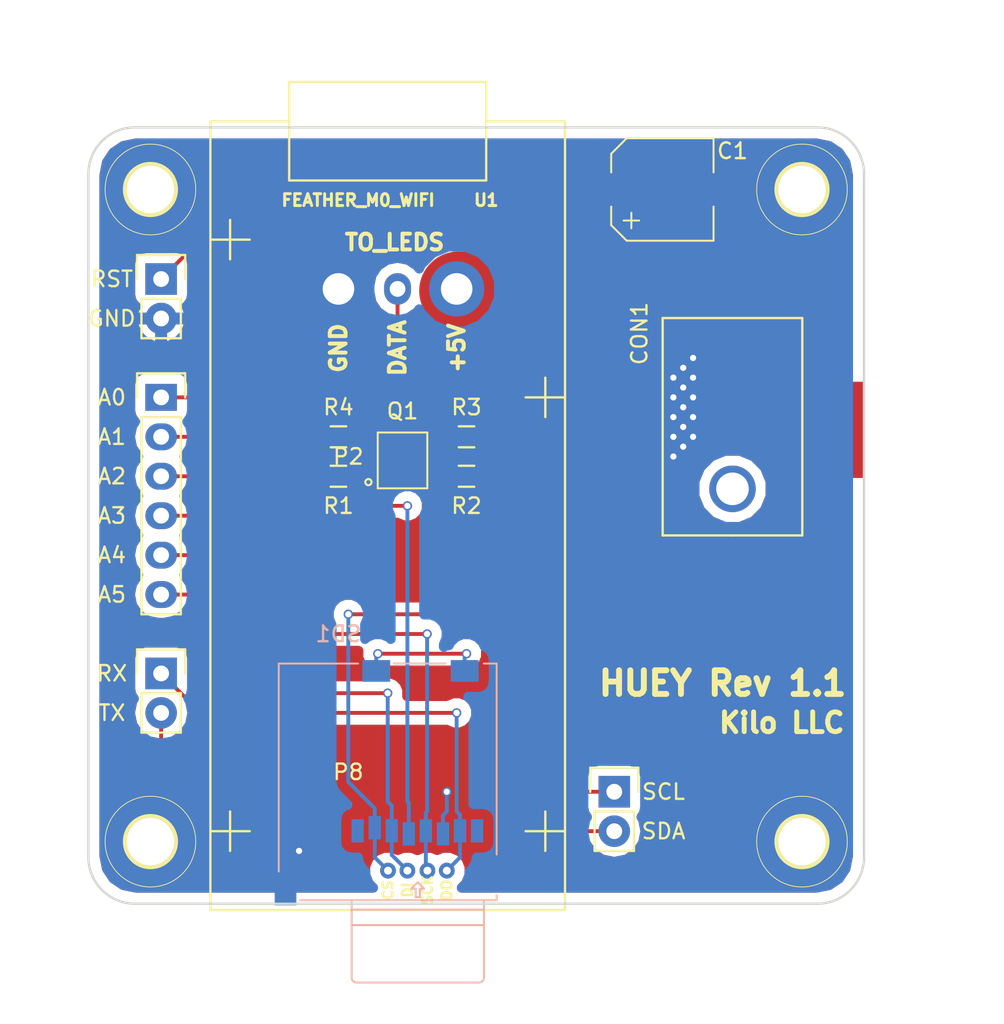
<source format=kicad_pcb>
(kicad_pcb (version 4) (host pcbnew 4.0.7)

  (general
    (links 43)
    (no_connects 0)
    (area 49.1776 48.8 116.5 114.700001)
    (thickness 1.6)
    (drawings 13)
    (tracks 148)
    (zones 0)
    (modules 26)
    (nets 37)
  )

  (page A4)
  (title_block
    (title Huey)
    (date 2018-05-07)
    (rev 1.1)
    (company "Kilo LLC")
  )

  (layers
    (0 F.Cu signal)
    (31 B.Cu signal)
    (32 B.Adhes user)
    (33 F.Adhes user)
    (34 B.Paste user)
    (35 F.Paste user)
    (36 B.SilkS user)
    (37 F.SilkS user)
    (38 B.Mask user)
    (39 F.Mask user)
    (40 Dwgs.User user)
    (41 Cmts.User user)
    (42 Eco1.User user)
    (43 Eco2.User user)
    (44 Edge.Cuts user)
    (45 Margin user)
    (46 B.CrtYd user)
    (47 F.CrtYd user)
    (48 B.Fab user)
    (49 F.Fab user)
  )

  (setup
    (last_trace_width 0.25)
    (trace_clearance 0.2)
    (zone_clearance 0.635)
    (zone_45_only no)
    (trace_min 0.2)
    (segment_width 0.2)
    (edge_width 0.15)
    (via_size 0.6)
    (via_drill 0.4)
    (via_min_size 0.4)
    (via_min_drill 0.3)
    (uvia_size 0.3)
    (uvia_drill 0.1)
    (uvias_allowed no)
    (uvia_min_size 0)
    (uvia_min_drill 0)
    (pcb_text_width 0.3)
    (pcb_text_size 1.5 1.5)
    (mod_edge_width 0.15)
    (mod_text_size 1 1)
    (mod_text_width 0.15)
    (pad_size 6.2 3.9)
    (pad_drill 0)
    (pad_to_mask_clearance 0.2)
    (aux_axis_origin 0 0)
    (visible_elements FFFFFF6F)
    (pcbplotparams
      (layerselection 0x010fc_80000001)
      (usegerberextensions true)
      (excludeedgelayer true)
      (linewidth 0.100000)
      (plotframeref false)
      (viasonmask false)
      (mode 1)
      (useauxorigin false)
      (hpglpennumber 1)
      (hpglpenspeed 20)
      (hpglpendiameter 15)
      (hpglpenoverlay 2)
      (psnegative false)
      (psa4output false)
      (plotreference true)
      (plotvalue true)
      (plotinvisibletext false)
      (padsonsilk false)
      (subtractmaskfromsilk false)
      (outputformat 1)
      (mirror false)
      (drillshape 0)
      (scaleselection 1)
      (outputdirectory gerber))
  )

  (net 0 "")
  (net 1 +5V)
  (net 2 "Net-(P1-Pad2)")
  (net 3 GND)
  (net 4 "Net-(Q1-Pad1)")
  (net 5 "Net-(Q1-Pad2)")
  (net 6 "Net-(Q1-Pad3)")
  (net 7 +3V3)
  (net 8 "Net-(SD1-Pad1)")
  (net 9 "Net-(SD1-Pad8)")
  (net 10 "Net-(SD1-Pad10)")
  (net 11 "Net-(CON1-Pad3)")
  (net 12 "Net-(P2-Pad1)")
  (net 13 "Net-(P2-Pad3)")
  (net 14 "Net-(P2-Pad5)")
  (net 15 "Net-(P2-Pad6)")
  (net 16 "Net-(P2-Pad7)")
  (net 17 "Net-(P2-Pad8)")
  (net 18 "Net-(P3-Pad2)")
  (net 19 "Net-(P3-Pad3)")
  (net 20 "Net-(P3-Pad4)")
  (net 21 "Net-(P3-Pad5)")
  (net 22 "Net-(P3-Pad6)")
  (net 23 "Net-(P3-Pad8)")
  (net 24 "Net-(P3-Pad9)")
  (net 25 "Net-(P3-Pad10)")
  (net 26 "Net-(P3-Pad11)")
  (net 27 "Net-(P3-Pad12)")
  (net 28 "Net-(P4-Pad5)")
  (net 29 "Net-(P4-Pad6)")
  (net 30 "Net-(P5-Pad1)")
  (net 31 "Net-(P5-Pad2)")
  (net 32 "Net-(P8-Pad8)")
  (net 33 /CS)
  (net 34 /SCLK)
  (net 35 /DI)
  (net 36 /DO)

  (net_class Default "This is the default net class."
    (clearance 0.2)
    (trace_width 0.25)
    (via_dia 0.6)
    (via_drill 0.4)
    (uvia_dia 0.3)
    (uvia_drill 0.1)
    (add_net +3V3)
    (add_net +5V)
    (add_net /CS)
    (add_net /DI)
    (add_net /DO)
    (add_net /SCLK)
    (add_net GND)
    (add_net "Net-(CON1-Pad3)")
    (add_net "Net-(P1-Pad2)")
    (add_net "Net-(P2-Pad1)")
    (add_net "Net-(P2-Pad3)")
    (add_net "Net-(P2-Pad5)")
    (add_net "Net-(P2-Pad6)")
    (add_net "Net-(P2-Pad7)")
    (add_net "Net-(P2-Pad8)")
    (add_net "Net-(P3-Pad10)")
    (add_net "Net-(P3-Pad11)")
    (add_net "Net-(P3-Pad12)")
    (add_net "Net-(P3-Pad2)")
    (add_net "Net-(P3-Pad3)")
    (add_net "Net-(P3-Pad4)")
    (add_net "Net-(P3-Pad5)")
    (add_net "Net-(P3-Pad6)")
    (add_net "Net-(P3-Pad8)")
    (add_net "Net-(P3-Pad9)")
    (add_net "Net-(P4-Pad5)")
    (add_net "Net-(P4-Pad6)")
    (add_net "Net-(P5-Pad1)")
    (add_net "Net-(P5-Pad2)")
    (add_net "Net-(P8-Pad8)")
    (add_net "Net-(Q1-Pad1)")
    (add_net "Net-(Q1-Pad2)")
    (add_net "Net-(Q1-Pad3)")
    (add_net "Net-(SD1-Pad1)")
    (add_net "Net-(SD1-Pad10)")
    (add_net "Net-(SD1-Pad8)")
  )

  (module Pin_Headers:Pin_Header_Straight_1x02 (layer F.Cu) (tedit 5AF06B10) (tstamp 5AF06909)
    (at 78.105 102.87 270)
    (descr "Through hole pin header")
    (tags "pin header")
    (path /5AF070D5)
    (fp_text reference P9 (at -26.67 27.94 270) (layer F.Fab)
      (effects (font (size 1 1) (thickness 0.15)))
    )
    (fp_text value CONN_01X02 (at -25.4 27.94 270) (layer F.Fab)
      (effects (font (size 1 1) (thickness 0.15)))
    )
    (fp_text user SCK (at 1.25 1.25 270) (layer F.SilkS)
      (effects (font (size 0.635 0.635) (thickness 0.15875)))
    )
    (fp_text user DO (at 1.25 0 270) (layer F.SilkS)
      (effects (font (size 0.635 0.635) (thickness 0.15875)))
    )
    (pad 1 thru_hole circle (at 0 0 270) (size 1.016 1.016) (drill 0.508) (layers *.Cu *.Mask)
      (net 36 /DO))
    (pad 2 thru_hole circle (at 0 1.25 270) (size 1.016 1.016) (drill 0.508) (layers *.Cu *.Mask)
      (net 34 /SCLK))
    (model Pin_Headers.3dshapes/Pin_Header_Straight_1x02.wrl
      (at (xyz 0 -0.05 0))
      (scale (xyz 1 1 1))
      (rotate (xyz 0 0 90))
    )
  )

  (module Pin_Headers:Pin_Header_Straight_1x02 (layer F.Cu) (tedit 5AF06AFD) (tstamp 5AF0690F)
    (at 75.565 102.87 270)
    (descr "Through hole pin header")
    (tags "pin header")
    (path /5AF0715A)
    (fp_text reference P10 (at -27.305 25.4 270) (layer F.Fab)
      (effects (font (size 1 1) (thickness 0.15)))
    )
    (fp_text value CONN_01X02 (at -26.67 25.4 270) (layer F.Fab)
      (effects (font (size 1 1) (thickness 0.15)))
    )
    (fp_text user CS (at 1.25 1.25 270) (layer F.SilkS)
      (effects (font (size 0.635 0.635) (thickness 0.15875)))
    )
    (fp_text user DI (at 1.25 0 270) (layer F.SilkS)
      (effects (font (size 0.635 0.635) (thickness 0.15875)))
    )
    (pad 1 thru_hole circle (at 0 0 270) (size 1.016 1.016) (drill 0.508) (layers *.Cu *.Mask)
      (net 35 /DI))
    (pad 2 thru_hole circle (at 0 1.25 270) (size 1.016 1.016) (drill 0.508) (layers *.Cu *.Mask)
      (net 33 /CS))
    (model Pin_Headers.3dshapes/Pin_Header_Straight_1x02.wrl
      (at (xyz 0 -0.05 0))
      (scale (xyz 1 1 1))
      (rotate (xyz 0 0 90))
    )
  )

  (module Pin_Headers:Pin_Header_Straight_1x02 (layer F.Cu) (tedit 5ACC1083) (tstamp 5ACC1081)
    (at 59.69 64.77)
    (descr "Through hole pin header")
    (tags "pin header")
    (path /5ACC12E0)
    (fp_text reference P7 (at 0 -5.1) (layer F.SilkS) hide
      (effects (font (size 1 1) (thickness 0.15)))
    )
    (fp_text value CONN_01X02 (at 0 -3.1) (layer F.Fab) hide
      (effects (font (size 1 1) (thickness 0.15)))
    )
    (fp_text user GND (at -3.175 2.54) (layer F.SilkS)
      (effects (font (size 1 1) (thickness 0.15)))
    )
    (fp_text user RST (at -3.175 0) (layer F.SilkS)
      (effects (font (size 1 1) (thickness 0.15)))
    )
    (fp_line (start 1.27 1.27) (end 1.27 3.81) (layer F.SilkS) (width 0.15))
    (fp_line (start 1.55 -1.55) (end 1.55 0) (layer F.SilkS) (width 0.15))
    (fp_line (start -1.75 -1.75) (end -1.75 4.3) (layer F.CrtYd) (width 0.05))
    (fp_line (start 1.75 -1.75) (end 1.75 4.3) (layer F.CrtYd) (width 0.05))
    (fp_line (start -1.75 -1.75) (end 1.75 -1.75) (layer F.CrtYd) (width 0.05))
    (fp_line (start -1.75 4.3) (end 1.75 4.3) (layer F.CrtYd) (width 0.05))
    (fp_line (start 1.27 1.27) (end -1.27 1.27) (layer F.SilkS) (width 0.15))
    (fp_line (start -1.55 0) (end -1.55 -1.55) (layer F.SilkS) (width 0.15))
    (fp_line (start -1.55 -1.55) (end 1.55 -1.55) (layer F.SilkS) (width 0.15))
    (fp_line (start -1.27 1.27) (end -1.27 3.81) (layer F.SilkS) (width 0.15))
    (fp_line (start -1.27 3.81) (end 1.27 3.81) (layer F.SilkS) (width 0.15))
    (pad 1 thru_hole rect (at 0 0) (size 2.032 2.032) (drill 1.016) (layers *.Cu *.Mask)
      (net 12 "Net-(P2-Pad1)"))
    (pad 2 thru_hole oval (at 0 2.54) (size 2.032 2.032) (drill 1.016) (layers *.Cu *.Mask)
      (net 3 GND))
    (model Pin_Headers.3dshapes/Pin_Header_Straight_1x02.wrl
      (at (xyz 0 -0.05 0))
      (scale (xyz 1 1 1))
      (rotate (xyz 0 0 90))
    )
  )

  (module Pin_Headers:Pin_Header_Straight_1x02 (layer F.Cu) (tedit 5ACAEEAD) (tstamp 5ACAF40D)
    (at 88.9 97.79)
    (descr "Through hole pin header")
    (tags "pin header")
    (path /5ACB6614)
    (fp_text reference P6 (at 0 -5.1) (layer F.SilkS) hide
      (effects (font (size 1 1) (thickness 0.15)))
    )
    (fp_text value CONN_01X02 (at 0 -3.1) (layer F.Fab) hide
      (effects (font (size 1 1) (thickness 0.15)))
    )
    (fp_text user SDA (at 3.175 2.54) (layer F.SilkS)
      (effects (font (size 1 1) (thickness 0.15)))
    )
    (fp_text user SCL (at 3.175 0) (layer F.SilkS)
      (effects (font (size 1 1) (thickness 0.15)))
    )
    (fp_line (start 1.27 1.27) (end 1.27 3.81) (layer F.SilkS) (width 0.15))
    (fp_line (start 1.55 -1.55) (end 1.55 0) (layer F.SilkS) (width 0.15))
    (fp_line (start -1.75 -1.75) (end -1.75 4.3) (layer F.CrtYd) (width 0.05))
    (fp_line (start 1.75 -1.75) (end 1.75 4.3) (layer F.CrtYd) (width 0.05))
    (fp_line (start -1.75 -1.75) (end 1.75 -1.75) (layer F.CrtYd) (width 0.05))
    (fp_line (start -1.75 4.3) (end 1.75 4.3) (layer F.CrtYd) (width 0.05))
    (fp_line (start 1.27 1.27) (end -1.27 1.27) (layer F.SilkS) (width 0.15))
    (fp_line (start -1.55 0) (end -1.55 -1.55) (layer F.SilkS) (width 0.15))
    (fp_line (start -1.55 -1.55) (end 1.55 -1.55) (layer F.SilkS) (width 0.15))
    (fp_line (start -1.27 1.27) (end -1.27 3.81) (layer F.SilkS) (width 0.15))
    (fp_line (start -1.27 3.81) (end 1.27 3.81) (layer F.SilkS) (width 0.15))
    (pad 1 thru_hole rect (at 0 0) (size 2.032 2.032) (drill 1.016) (layers *.Cu *.Mask)
      (net 26 "Net-(P3-Pad11)"))
    (pad 2 thru_hole oval (at 0 2.54) (size 2.032 2.032) (drill 1.016) (layers *.Cu *.Mask)
      (net 27 "Net-(P3-Pad12)"))
    (model Pin_Headers.3dshapes/Pin_Header_Straight_1x02.wrl
      (at (xyz 0 -0.05 0))
      (scale (xyz 1 1 1))
      (rotate (xyz 0 0 90))
    )
  )

  (module Pin_Headers:Pin_Header_Straight_1x02 (layer F.Cu) (tedit 5ACAEE90) (tstamp 5ACAF407)
    (at 59.69 90.17)
    (descr "Through hole pin header")
    (tags "pin header")
    (path /5ACB61B2)
    (fp_text reference P5 (at 0 -5.1) (layer F.SilkS) hide
      (effects (font (size 1 1) (thickness 0.15)))
    )
    (fp_text value CONN_01X02 (at 0 -3.1) (layer F.Fab) hide
      (effects (font (size 1 1) (thickness 0.15)))
    )
    (fp_text user TX (at -3.175 2.54) (layer F.SilkS)
      (effects (font (size 1 1) (thickness 0.15)))
    )
    (fp_text user RX (at -3.175 0) (layer F.SilkS)
      (effects (font (size 1 1) (thickness 0.15)))
    )
    (fp_line (start 1.27 1.27) (end 1.27 3.81) (layer F.SilkS) (width 0.15))
    (fp_line (start 1.55 -1.55) (end 1.55 0) (layer F.SilkS) (width 0.15))
    (fp_line (start -1.75 -1.75) (end -1.75 4.3) (layer F.CrtYd) (width 0.05))
    (fp_line (start 1.75 -1.75) (end 1.75 4.3) (layer F.CrtYd) (width 0.05))
    (fp_line (start -1.75 -1.75) (end 1.75 -1.75) (layer F.CrtYd) (width 0.05))
    (fp_line (start -1.75 4.3) (end 1.75 4.3) (layer F.CrtYd) (width 0.05))
    (fp_line (start 1.27 1.27) (end -1.27 1.27) (layer F.SilkS) (width 0.15))
    (fp_line (start -1.55 0) (end -1.55 -1.55) (layer F.SilkS) (width 0.15))
    (fp_line (start -1.55 -1.55) (end 1.55 -1.55) (layer F.SilkS) (width 0.15))
    (fp_line (start -1.27 1.27) (end -1.27 3.81) (layer F.SilkS) (width 0.15))
    (fp_line (start -1.27 3.81) (end 1.27 3.81) (layer F.SilkS) (width 0.15))
    (pad 1 thru_hole rect (at 0 0) (size 2.032 2.032) (drill 1.016) (layers *.Cu *.Mask)
      (net 30 "Net-(P5-Pad1)"))
    (pad 2 thru_hole oval (at 0 2.54) (size 2.032 2.032) (drill 1.016) (layers *.Cu *.Mask)
      (net 31 "Net-(P5-Pad2)"))
    (model Pin_Headers.3dshapes/Pin_Header_Straight_1x02.wrl
      (at (xyz 0 -0.05 0))
      (scale (xyz 1 1 1))
      (rotate (xyz 0 0 90))
    )
  )

  (module Pin_Headers:Pin_Header_Straight_1x06 (layer F.Cu) (tedit 5ACAEE78) (tstamp 5ACAF401)
    (at 59.69 72.39)
    (descr "Through hole pin header")
    (tags "pin header")
    (path /5ACB68A1)
    (fp_text reference P4 (at 0 -5.1) (layer F.SilkS) hide
      (effects (font (size 1 1) (thickness 0.15)))
    )
    (fp_text value CONN_01X06 (at 0 -3.1) (layer F.Fab) hide
      (effects (font (size 1 1) (thickness 0.15)))
    )
    (fp_text user A5 (at -3.175 12.7) (layer F.SilkS)
      (effects (font (size 1 1) (thickness 0.15)))
    )
    (fp_text user A4 (at -3.175 10.16) (layer F.SilkS)
      (effects (font (size 1 1) (thickness 0.15)))
    )
    (fp_text user A3 (at -3.175 7.62) (layer F.SilkS)
      (effects (font (size 1 1) (thickness 0.15)))
    )
    (fp_text user A2 (at -3.175 5.08) (layer F.SilkS)
      (effects (font (size 1 1) (thickness 0.15)))
    )
    (fp_text user A1 (at -3.175 2.54) (layer F.SilkS)
      (effects (font (size 1 1) (thickness 0.15)))
    )
    (fp_text user A0 (at -3.175 0) (layer F.SilkS)
      (effects (font (size 1 1) (thickness 0.15)))
    )
    (fp_line (start -1.75 -1.75) (end -1.75 14.45) (layer F.CrtYd) (width 0.05))
    (fp_line (start 1.75 -1.75) (end 1.75 14.45) (layer F.CrtYd) (width 0.05))
    (fp_line (start -1.75 -1.75) (end 1.75 -1.75) (layer F.CrtYd) (width 0.05))
    (fp_line (start -1.75 14.45) (end 1.75 14.45) (layer F.CrtYd) (width 0.05))
    (fp_line (start 1.27 1.27) (end 1.27 13.97) (layer F.SilkS) (width 0.15))
    (fp_line (start 1.27 13.97) (end -1.27 13.97) (layer F.SilkS) (width 0.15))
    (fp_line (start -1.27 13.97) (end -1.27 1.27) (layer F.SilkS) (width 0.15))
    (fp_line (start 1.55 -1.55) (end 1.55 0) (layer F.SilkS) (width 0.15))
    (fp_line (start 1.27 1.27) (end -1.27 1.27) (layer F.SilkS) (width 0.15))
    (fp_line (start -1.55 0) (end -1.55 -1.55) (layer F.SilkS) (width 0.15))
    (fp_line (start -1.55 -1.55) (end 1.55 -1.55) (layer F.SilkS) (width 0.15))
    (pad 1 thru_hole rect (at 0 0) (size 2.032 1.7272) (drill 1.016) (layers *.Cu *.Mask)
      (net 14 "Net-(P2-Pad5)"))
    (pad 2 thru_hole oval (at 0 2.54) (size 2.032 1.7272) (drill 1.016) (layers *.Cu *.Mask)
      (net 15 "Net-(P2-Pad6)"))
    (pad 3 thru_hole oval (at 0 5.08) (size 2.032 1.7272) (drill 1.016) (layers *.Cu *.Mask)
      (net 16 "Net-(P2-Pad7)"))
    (pad 4 thru_hole oval (at 0 7.62) (size 2.032 1.7272) (drill 1.016) (layers *.Cu *.Mask)
      (net 17 "Net-(P2-Pad8)"))
    (pad 5 thru_hole oval (at 0 10.16) (size 2.032 1.7272) (drill 1.016) (layers *.Cu *.Mask)
      (net 28 "Net-(P4-Pad5)"))
    (pad 6 thru_hole oval (at 0 12.7) (size 2.032 1.7272) (drill 1.016) (layers *.Cu *.Mask)
      (net 29 "Net-(P4-Pad6)"))
    (model Pin_Headers.3dshapes/Pin_Header_Straight_1x06.wrl
      (at (xyz 0 -0.25 0))
      (scale (xyz 1 1 1))
      (rotate (xyz 0 0 90))
    )
  )

  (module Huey:MF_Connectors-MF-MICROSD (layer B.Cu) (tedit 5AF066A4) (tstamp 5ACA7DDC)
    (at 74.295 97.155)
    (descr "DESCRIPTION: PACKAGE FOR MICRO SD CARD SLOT CONNECTOR. BASED ON 4UCONNECTOR 15882.")
    (tags "DESCRIPTION: PACKAGE FOR MICRO SD CARD SLOT CONNECTOR. BASED ON 4UCONNECTOR 15882.")
    (path /5ACAA1F7)
    (attr smd)
    (fp_text reference SD1 (at -3.175 -9.525) (layer B.SilkS)
      (effects (font (size 1.016 1.016) (thickness 0.1524)) (justify mirror))
    )
    (fp_text value MF-MICROSD (at -24.13 -21.59 270) (layer B.Fab)
      (effects (font (size 1.016 1.016) (thickness 0.1524)) (justify mirror))
    )
    (fp_line (start -7.0231 5.77596) (end -7.0231 -7.62254) (layer B.SilkS) (width 0.127))
    (fp_line (start -7.0231 -7.62254) (end -1.91262 -7.62254) (layer B.SilkS) (width 0.127))
    (fp_line (start 6.1976 -7.62254) (end 7.0231 -7.62254) (layer B.SilkS) (width 0.127))
    (fp_line (start 7.0231 -7.62254) (end 7.0231 4.67614) (layer B.SilkS) (width 0.127))
    (fp_line (start 7.0231 7.28726) (end 7.0231 7.62254) (layer B.SilkS) (width 0.127))
    (fp_line (start 7.0231 7.62254) (end -5.64896 7.62254) (layer B.SilkS) (width 0.127))
    (fp_line (start -2.3241 7.62254) (end -2.3241 8.22452) (layer B.SilkS) (width 0.127))
    (fp_line (start 6.1976 7.62254) (end 6.1976 8.22452) (layer B.SilkS) (width 0.127))
    (fp_line (start -2.3241 8.22452) (end 6.1976 8.22452) (layer B.SilkS) (width 0.127))
    (fp_line (start -2.3241 8.22452) (end -2.3241 9.22274) (layer B.SilkS) (width 0.127))
    (fp_line (start -2.3241 9.22274) (end 6.1976 9.22274) (layer B.SilkS) (width 0.127))
    (fp_line (start 6.1976 9.22274) (end 6.1976 8.24992) (layer B.SilkS) (width 0.127))
    (fp_line (start -2.3241 9.22274) (end -2.3241 12.60602) (layer B.SilkS) (width 0.127))
    (fp_line (start -2.0066 12.92352) (end 5.8801 12.92352) (layer B.SilkS) (width 0.127))
    (fp_line (start 6.1976 12.60602) (end 6.1976 9.22274) (layer B.SilkS) (width 0.127))
    (fp_line (start 0.39878 -7.62254) (end 3.72364 -7.62254) (layer B.SilkS) (width 0.127))
    (fp_line (start 1.79832 7.42442) (end 2.07264 7.42442) (layer B.SilkS) (width 0.127))
    (fp_line (start 2.07264 7.42442) (end 2.07264 6.87578) (layer B.SilkS) (width 0.127))
    (fp_line (start 2.07264 6.87578) (end 2.34696 6.87578) (layer B.SilkS) (width 0.127))
    (fp_line (start 2.34696 6.87578) (end 1.93548 6.46176) (layer B.SilkS) (width 0.127))
    (fp_line (start 1.93548 6.46176) (end 1.52146 6.87578) (layer B.SilkS) (width 0.127))
    (fp_line (start 1.52146 6.87578) (end 1.79832 6.87578) (layer B.SilkS) (width 0.127))
    (fp_line (start 1.79832 6.87578) (end 1.79832 7.42442) (layer B.SilkS) (width 0.127))
    (fp_arc (start -2.0066 12.60602) (end -2.3241 12.60602) (angle -90) (layer B.SilkS) (width 0.127))
    (fp_arc (start 5.8801 12.60602) (end 5.8801 12.92352) (angle -90) (layer B.SilkS) (width 0.127))
    (pad G0 smd rect (at -6.58622 7.00024) (size 1.39954 1.89992) (layers B.Cu B.Paste B.Mask)
      (net 3 GND) (zone_connect 2))
    (pad G1 smd rect (at 6.56082 5.99948) (size 1.39954 1.89992) (layers B.Cu B.Paste B.Mask)
      (net 3 GND) (zone_connect 2))
    (pad 1 smd rect (at -1.93802 3.1496 180) (size 0.79756 1.4986) (layers B.Cu B.Paste B.Mask)
      (net 8 "Net-(SD1-Pad1)"))
    (pad 2 smd rect (at -0.8382 2.94894 180) (size 0.79756 1.4986) (layers B.Cu B.Paste B.Mask)
      (net 33 /CS))
    (pad 3 smd rect (at 0.25908 3.1496 180) (size 0.79756 1.4986) (layers B.Cu B.Paste B.Mask)
      (net 35 /DI))
    (pad 4 smd rect (at 1.3589 3.35026 180) (size 0.79756 1.4986) (layers B.Cu B.Paste B.Mask)
      (net 7 +3V3))
    (pad 5 smd rect (at 2.45872 3.1496 180) (size 0.79756 1.4986) (layers B.Cu B.Paste B.Mask)
      (net 34 /SCLK))
    (pad 6 smd rect (at 3.56108 3.35026 180) (size 0.79756 1.4986) (layers B.Cu B.Paste B.Mask)
      (net 3 GND) (zone_connect 0))
    (pad 7 smd rect (at 4.6609 3.1496 180) (size 0.79756 1.4986) (layers B.Cu B.Paste B.Mask)
      (net 36 /DO))
    (pad 8 smd rect (at 5.76072 3.1496 180) (size 0.79756 1.4986) (layers B.Cu B.Paste B.Mask)
      (net 9 "Net-(SD1-Pad8)"))
    (pad 9 smd rect (at 4.96062 -7.14756) (size 1.79832 1.39954) (layers B.Cu B.Paste B.Mask)
      (net 10 "Net-(SD1-Pad10)"))
    (pad 10 smd rect (at -0.7366 -7.14756) (size 1.79832 1.39954) (layers B.Cu B.Paste B.Mask)
      (net 10 "Net-(SD1-Pad10)"))
  )

  (module Huey:MF_Discrete_Semiconductor-SOT-23-3 (layer F.Cu) (tedit 5ACD43F6) (tstamp 5ACA7DB4)
    (at 75.25 76.45 90)
    (descr "DESCRIPTION: STANDARD SOT-23-3 FOOTPRINT.")
    (tags "DESCRIPTION: STANDARD SOT-23-3 FOOTPRINT.")
    (path /5ACA7902)
    (attr smd)
    (fp_text reference Q1 (at 3.175 0 180) (layer F.SilkS)
      (effects (font (size 1.016 1.016) (thickness 0.1524)))
    )
    (fp_text value MF-DSC-SOT233-BSS138 (at 0.25 -25.085 90) (layer F.Fab)
      (effects (font (size 1.016 1.016) (thickness 0.1524)))
    )
    (fp_line (start -1.79832 -1.59766) (end -1.79832 1.59766) (layer F.SilkS) (width 0.127))
    (fp_line (start -1.79832 1.59766) (end 1.79832 1.59766) (layer F.SilkS) (width 0.127))
    (fp_line (start 1.79832 1.59766) (end 1.79832 -1.59766) (layer F.SilkS) (width 0.127))
    (fp_line (start 1.79832 -1.59766) (end -1.79832 -1.59766) (layer F.SilkS) (width 0.127))
    (fp_line (start -1.59766 -2.19964) (end -1.59258 -2.25044) (layer F.SilkS) (width 0.127))
    (fp_line (start -1.59258 -2.25044) (end -1.57226 -2.2987) (layer F.SilkS) (width 0.127))
    (fp_line (start -1.57226 -2.2987) (end -1.53924 -2.33934) (layer F.SilkS) (width 0.127))
    (fp_line (start -1.53924 -2.33934) (end -1.4986 -2.37236) (layer F.SilkS) (width 0.127))
    (fp_line (start -1.4986 -2.37236) (end -1.45034 -2.39268) (layer F.SilkS) (width 0.127))
    (fp_line (start -1.45034 -2.39268) (end -1.39954 -2.39776) (layer F.SilkS) (width 0.127))
    (fp_line (start -1.39954 -2.39776) (end -1.3462 -2.39268) (layer F.SilkS) (width 0.127))
    (fp_line (start -1.3462 -2.39268) (end -1.29794 -2.37236) (layer F.SilkS) (width 0.127))
    (fp_line (start -1.29794 -2.37236) (end -1.2573 -2.33934) (layer F.SilkS) (width 0.127))
    (fp_line (start -1.2573 -2.33934) (end -1.22428 -2.2987) (layer F.SilkS) (width 0.127))
    (fp_line (start -1.22428 -2.2987) (end -1.2065 -2.25044) (layer F.SilkS) (width 0.127))
    (fp_line (start -1.2065 -2.25044) (end -1.19888 -2.19964) (layer F.SilkS) (width 0.127))
    (fp_line (start -1.19888 -2.19964) (end -1.2065 -2.1463) (layer F.SilkS) (width 0.127))
    (fp_line (start -1.2065 -2.1463) (end -1.22428 -2.09804) (layer F.SilkS) (width 0.127))
    (fp_line (start -1.22428 -2.09804) (end -1.2573 -2.0574) (layer F.SilkS) (width 0.127))
    (fp_line (start -1.2573 -2.0574) (end -1.29794 -2.02438) (layer F.SilkS) (width 0.127))
    (fp_line (start -1.29794 -2.02438) (end -1.3462 -2.0066) (layer F.SilkS) (width 0.127))
    (fp_line (start -1.3462 -2.0066) (end -1.39954 -1.99898) (layer F.SilkS) (width 0.127))
    (fp_line (start -1.39954 -1.99898) (end -1.45034 -2.0066) (layer F.SilkS) (width 0.127))
    (fp_line (start -1.45034 -2.0066) (end -1.4986 -2.02438) (layer F.SilkS) (width 0.127))
    (fp_line (start -1.4986 -2.02438) (end -1.53924 -2.0574) (layer F.SilkS) (width 0.127))
    (fp_line (start -1.53924 -2.0574) (end -1.57226 -2.09804) (layer F.SilkS) (width 0.127))
    (fp_line (start -1.57226 -2.09804) (end -1.59258 -2.1463) (layer F.SilkS) (width 0.127))
    (fp_line (start -1.59258 -2.1463) (end -1.59766 -2.19964) (layer F.SilkS) (width 0.127))
    (pad 1 smd rect (at -0.99822 -0.94996 90) (size 0.89916 0.79756) (layers F.Cu F.Paste F.Mask)
      (net 4 "Net-(Q1-Pad1)"))
    (pad 2 smd rect (at -0.99822 0.94996 90) (size 0.89916 0.79756) (layers F.Cu F.Paste F.Mask)
      (net 5 "Net-(Q1-Pad2)"))
    (pad 3 smd rect (at 0.99822 0 90) (size 0.89916 0.79756) (layers F.Cu F.Paste F.Mask)
      (net 6 "Net-(Q1-Pad3)"))
  )

  (module Resistors_SMD:R_0603 (layer F.Cu) (tedit 5ACD4441) (tstamp 5ACA7DBA)
    (at 71.12 77.47 180)
    (descr "Resistor SMD 0603, reflow soldering, Vishay (see dcrcw.pdf)")
    (tags "resistor 0603")
    (path /5ACA80D2)
    (attr smd)
    (fp_text reference R1 (at 0 -1.905 180) (layer F.SilkS)
      (effects (font (size 1 1) (thickness 0.15)))
    )
    (fp_text value MF-RES-0603-1K (at 20.955 1.905 270) (layer F.Fab)
      (effects (font (size 1 1) (thickness 0.15)))
    )
    (fp_line (start -0.8 0.4) (end -0.8 -0.4) (layer F.Fab) (width 0.1))
    (fp_line (start 0.8 0.4) (end -0.8 0.4) (layer F.Fab) (width 0.1))
    (fp_line (start 0.8 -0.4) (end 0.8 0.4) (layer F.Fab) (width 0.1))
    (fp_line (start -0.8 -0.4) (end 0.8 -0.4) (layer F.Fab) (width 0.1))
    (fp_line (start -1.3 -0.8) (end 1.3 -0.8) (layer F.CrtYd) (width 0.05))
    (fp_line (start -1.3 0.8) (end 1.3 0.8) (layer F.CrtYd) (width 0.05))
    (fp_line (start -1.3 -0.8) (end -1.3 0.8) (layer F.CrtYd) (width 0.05))
    (fp_line (start 1.3 -0.8) (end 1.3 0.8) (layer F.CrtYd) (width 0.05))
    (fp_line (start 0.5 0.675) (end -0.5 0.675) (layer F.SilkS) (width 0.15))
    (fp_line (start -0.5 -0.675) (end 0.5 -0.675) (layer F.SilkS) (width 0.15))
    (pad 1 smd rect (at -0.75 0 180) (size 0.5 0.9) (layers F.Cu F.Paste F.Mask)
      (net 4 "Net-(Q1-Pad1)"))
    (pad 2 smd rect (at 0.75 0 180) (size 0.5 0.9) (layers F.Cu F.Paste F.Mask)
      (net 7 +3V3))
    (model Resistors_SMD.3dshapes/R_0603.wrl
      (at (xyz 0 0 0))
      (scale (xyz 1 1 1))
      (rotate (xyz 0 0 0))
    )
  )

  (module Resistors_SMD:R_0603 (layer F.Cu) (tedit 5ACD443D) (tstamp 5ACA7DC0)
    (at 79.375 77.47)
    (descr "Resistor SMD 0603, reflow soldering, Vishay (see dcrcw.pdf)")
    (tags "resistor 0603")
    (path /5ACA81AB)
    (attr smd)
    (fp_text reference R2 (at 0 1.905) (layer F.SilkS)
      (effects (font (size 1 1) (thickness 0.15)))
    )
    (fp_text value MF-RES-0603-1K (at -29.21 -1.905 90) (layer F.Fab)
      (effects (font (size 1 1) (thickness 0.15)))
    )
    (fp_line (start -0.8 0.4) (end -0.8 -0.4) (layer F.Fab) (width 0.1))
    (fp_line (start 0.8 0.4) (end -0.8 0.4) (layer F.Fab) (width 0.1))
    (fp_line (start 0.8 -0.4) (end 0.8 0.4) (layer F.Fab) (width 0.1))
    (fp_line (start -0.8 -0.4) (end 0.8 -0.4) (layer F.Fab) (width 0.1))
    (fp_line (start -1.3 -0.8) (end 1.3 -0.8) (layer F.CrtYd) (width 0.05))
    (fp_line (start -1.3 0.8) (end 1.3 0.8) (layer F.CrtYd) (width 0.05))
    (fp_line (start -1.3 -0.8) (end -1.3 0.8) (layer F.CrtYd) (width 0.05))
    (fp_line (start 1.3 -0.8) (end 1.3 0.8) (layer F.CrtYd) (width 0.05))
    (fp_line (start 0.5 0.675) (end -0.5 0.675) (layer F.SilkS) (width 0.15))
    (fp_line (start -0.5 -0.675) (end 0.5 -0.675) (layer F.SilkS) (width 0.15))
    (pad 1 smd rect (at -0.75 0) (size 0.5 0.9) (layers F.Cu F.Paste F.Mask)
      (net 5 "Net-(Q1-Pad2)"))
    (pad 2 smd rect (at 0.75 0) (size 0.5 0.9) (layers F.Cu F.Paste F.Mask)
      (net 25 "Net-(P3-Pad10)"))
    (model Resistors_SMD.3dshapes/R_0603.wrl
      (at (xyz 0 0 0))
      (scale (xyz 1 1 1))
      (rotate (xyz 0 0 0))
    )
  )

  (module Resistors_SMD:R_0603 (layer F.Cu) (tedit 5ACD4439) (tstamp 5ACA7DC6)
    (at 79.375 74.93 180)
    (descr "Resistor SMD 0603, reflow soldering, Vishay (see dcrcw.pdf)")
    (tags "resistor 0603")
    (path /5ACA7BF6)
    (attr smd)
    (fp_text reference R3 (at 0 1.905 180) (layer F.SilkS)
      (effects (font (size 1 1) (thickness 0.15)))
    )
    (fp_text value MF-RES-0603-1K (at 29.21 0 270) (layer F.Fab)
      (effects (font (size 1 1) (thickness 0.15)))
    )
    (fp_line (start -0.8 0.4) (end -0.8 -0.4) (layer F.Fab) (width 0.1))
    (fp_line (start 0.8 0.4) (end -0.8 0.4) (layer F.Fab) (width 0.1))
    (fp_line (start 0.8 -0.4) (end 0.8 0.4) (layer F.Fab) (width 0.1))
    (fp_line (start -0.8 -0.4) (end 0.8 -0.4) (layer F.Fab) (width 0.1))
    (fp_line (start -1.3 -0.8) (end 1.3 -0.8) (layer F.CrtYd) (width 0.05))
    (fp_line (start -1.3 0.8) (end 1.3 0.8) (layer F.CrtYd) (width 0.05))
    (fp_line (start -1.3 -0.8) (end -1.3 0.8) (layer F.CrtYd) (width 0.05))
    (fp_line (start 1.3 -0.8) (end 1.3 0.8) (layer F.CrtYd) (width 0.05))
    (fp_line (start 0.5 0.675) (end -0.5 0.675) (layer F.SilkS) (width 0.15))
    (fp_line (start -0.5 -0.675) (end 0.5 -0.675) (layer F.SilkS) (width 0.15))
    (pad 1 smd rect (at -0.75 0 180) (size 0.5 0.9) (layers F.Cu F.Paste F.Mask)
      (net 1 +5V))
    (pad 2 smd rect (at 0.75 0 180) (size 0.5 0.9) (layers F.Cu F.Paste F.Mask)
      (net 6 "Net-(Q1-Pad3)"))
    (model Resistors_SMD.3dshapes/R_0603.wrl
      (at (xyz 0 0 0))
      (scale (xyz 1 1 1))
      (rotate (xyz 0 0 0))
    )
  )

  (module Resistors_SMD:R_0603 (layer F.Cu) (tedit 5ACD4444) (tstamp 5ACA7DCC)
    (at 71.12 74.93)
    (descr "Resistor SMD 0603, reflow soldering, Vishay (see dcrcw.pdf)")
    (tags "resistor 0603")
    (path /5ACA84D7)
    (attr smd)
    (fp_text reference R4 (at 0 -1.905) (layer F.SilkS)
      (effects (font (size 1 1) (thickness 0.15)))
    )
    (fp_text value MF-RES-0603-1K (at -20.955 0.635 90) (layer F.Fab)
      (effects (font (size 1 1) (thickness 0.15)))
    )
    (fp_line (start -0.8 0.4) (end -0.8 -0.4) (layer F.Fab) (width 0.1))
    (fp_line (start 0.8 0.4) (end -0.8 0.4) (layer F.Fab) (width 0.1))
    (fp_line (start 0.8 -0.4) (end 0.8 0.4) (layer F.Fab) (width 0.1))
    (fp_line (start -0.8 -0.4) (end 0.8 -0.4) (layer F.Fab) (width 0.1))
    (fp_line (start -1.3 -0.8) (end 1.3 -0.8) (layer F.CrtYd) (width 0.05))
    (fp_line (start -1.3 0.8) (end 1.3 0.8) (layer F.CrtYd) (width 0.05))
    (fp_line (start -1.3 -0.8) (end -1.3 0.8) (layer F.CrtYd) (width 0.05))
    (fp_line (start 1.3 -0.8) (end 1.3 0.8) (layer F.CrtYd) (width 0.05))
    (fp_line (start 0.5 0.675) (end -0.5 0.675) (layer F.SilkS) (width 0.15))
    (fp_line (start -0.5 -0.675) (end 0.5 -0.675) (layer F.SilkS) (width 0.15))
    (pad 1 smd rect (at -0.75 0) (size 0.5 0.9) (layers F.Cu F.Paste F.Mask)
      (net 2 "Net-(P1-Pad2)"))
    (pad 2 smd rect (at 0.75 0) (size 0.5 0.9) (layers F.Cu F.Paste F.Mask)
      (net 6 "Net-(Q1-Pad3)"))
    (model Resistors_SMD.3dshapes/R_0603.wrl
      (at (xyz 0 0 0))
      (scale (xyz 1 1 1))
      (rotate (xyz 0 0 0))
    )
  )

  (module Huey:MOUNTING_HOLE_#4 (layer F.Cu) (tedit 54D7E870) (tstamp 5ACA819C)
    (at 59 101)
    (descr "Mounting hole for #4 screw")
    (path /5ACA83D6)
    (fp_text reference MP1 (at 0 -3.175) (layer F.SilkS) hide
      (effects (font (size 1 1) (thickness 0.15)))
    )
    (fp_text value MOUNTING_HOLE (at 0 3.175) (layer F.SilkS) hide
      (effects (font (size 1 1) (thickness 0.15)))
    )
    (fp_circle (center 0 0) (end 2.921 0) (layer F.SilkS) (width 0.0508))
    (pad 1 thru_hole circle (at 0 0) (size 3.556 3.556) (drill 3.048) (layers *.Cu *.Mask F.SilkS)
      (net 3 GND) (zone_connect 2))
  )

  (module Huey:MOUNTING_HOLE_#4 (layer F.Cu) (tedit 54D7E870) (tstamp 5ACA81A1)
    (at 101 59)
    (descr "Mounting hole for #4 screw")
    (path /5ACA8704)
    (fp_text reference MP2 (at 0 -3.175) (layer F.SilkS) hide
      (effects (font (size 1 1) (thickness 0.15)))
    )
    (fp_text value MOUNTING_HOLE (at 0 3.175) (layer F.SilkS) hide
      (effects (font (size 1 1) (thickness 0.15)))
    )
    (fp_circle (center 0 0) (end 2.921 0) (layer F.SilkS) (width 0.0508))
    (pad 1 thru_hole circle (at 0 0) (size 3.556 3.556) (drill 3.048) (layers *.Cu *.Mask F.SilkS)
      (net 3 GND) (zone_connect 2))
  )

  (module Huey:MOUNTING_HOLE_#4 (layer F.Cu) (tedit 54D7E870) (tstamp 5ACA81A6)
    (at 59 59)
    (descr "Mounting hole for #4 screw")
    (path /5ACA866B)
    (fp_text reference MP3 (at 0 -3.175) (layer F.SilkS) hide
      (effects (font (size 1 1) (thickness 0.15)))
    )
    (fp_text value MOUNTING_HOLE (at 0 3.175) (layer F.SilkS) hide
      (effects (font (size 1 1) (thickness 0.15)))
    )
    (fp_circle (center 0 0) (end 2.921 0) (layer F.SilkS) (width 0.0508))
    (pad 1 thru_hole circle (at 0 0) (size 3.556 3.556) (drill 3.048) (layers *.Cu *.Mask F.SilkS)
      (net 3 GND) (zone_connect 2))
  )

  (module Huey:MOUNTING_HOLE_#4 (layer F.Cu) (tedit 54D7E870) (tstamp 5ACA81AB)
    (at 101 101)
    (descr "Mounting hole for #4 screw")
    (path /5ACA86A8)
    (fp_text reference MP4 (at 0 -3.175) (layer F.SilkS) hide
      (effects (font (size 1 1) (thickness 0.15)))
    )
    (fp_text value MOUNTING_HOLE (at 0 3.175) (layer F.SilkS) hide
      (effects (font (size 1 1) (thickness 0.15)))
    )
    (fp_circle (center 0 0) (end 2.921 0) (layer F.SilkS) (width 0.0508))
    (pad 1 thru_hole circle (at 0 0) (size 3.556 3.556) (drill 3.048) (layers *.Cu *.Mask F.SilkS)
      (net 3 GND) (zone_connect 2))
  )

  (module Huey:PJ-036AH-SMT-TR (layer F.Cu) (tedit 5AF06709) (tstamp 5ACAD41F)
    (at 96.52 81.28 90)
    (path /5ACAA5F0)
    (fp_text reference CON1 (at 13 -6 270) (layer F.SilkS)
      (effects (font (size 1 1) (thickness 0.15)))
    )
    (fp_text value PJ-036AH-SMT-TR (at 5.08 -46.355 270) (layer F.Fab)
      (effects (font (size 1 1) (thickness 0.15)))
    )
    (fp_line (start 0 4.5) (end 14 4.5) (layer F.SilkS) (width 0.15))
    (fp_line (start 14 4.5) (end 14 -4.5) (layer F.SilkS) (width 0.15))
    (fp_line (start 14 -4.5) (end 0 -4.5) (layer F.SilkS) (width 0.15))
    (fp_line (start 0 0) (end 0 4.5) (layer F.SilkS) (width 0.15))
    (fp_line (start 0 0) (end 0 -4.5) (layer F.SilkS) (width 0.15))
    (pad 1 smd rect (at 15.75 0 90) (size 4.4 3.3) (layers F.Cu F.Paste F.Mask)
      (net 1 +5V))
    (pad 2 smd rect (at 6.8 -6.45 90) (size 6.2 3.9) (layers F.Cu F.Paste F.Mask)
      (net 3 GND) (zone_connect 2))
    (pad 3 smd rect (at 6.8 6.45 90) (size 6.2 3.9) (layers F.Cu F.Paste F.Mask)
      (net 11 "Net-(CON1-Pad3)"))
    (pad "" np_thru_hole circle (at 3 0 90) (size 3 3) (drill 2.1) (layers *.Cu *.Mask))
  )

  (module Huey:MF_Passives-CP6.3MM (layer F.Cu) (tedit 5ACD4406) (tstamp 5ACAE1EA)
    (at 92 59 270)
    (descr "DESCRIPTION: 6.3MM ROUND PACKAGE FOR ELECTROLYTIC CAPACITORS. BASED ON PANASONIC ELECTROLYTIC CAPACITORS.")
    (tags "DESCRIPTION: 6.3MM ROUND PACKAGE FOR ELECTROLYTIC CAPACITORS. BASED ON PANASONIC ELECTROLYTIC CAPACITORS.")
    (path /5ACACF6F)
    (attr smd)
    (fp_text reference C1 (at -2.485 -4.52 360) (layer F.SilkS)
      (effects (font (size 1.016 1.016) (thickness 0.1524)))
    )
    (fp_text value MF-CAP-6.3MM-100uF (at 17.2 41.835 270) (layer F.Fab)
      (effects (font (size 1.016 1.016) (thickness 0.1524)))
    )
    (fp_line (start 1.09982 -3.29946) (end 3.29946 -3.29946) (layer F.SilkS) (width 0.127))
    (fp_line (start 3.29946 -3.29946) (end 3.29946 2.2987) (layer F.SilkS) (width 0.127))
    (fp_line (start 3.29946 2.2987) (end 2.2987 3.29946) (layer F.SilkS) (width 0.127))
    (fp_line (start 2.2987 3.29946) (end 1.09982 3.29946) (layer F.SilkS) (width 0.127))
    (fp_line (start -1.09982 -3.29946) (end -3.29946 -3.29946) (layer F.SilkS) (width 0.127))
    (fp_line (start -3.29946 -3.29946) (end -3.29946 2.2987) (layer F.SilkS) (width 0.127))
    (fp_line (start -3.29946 2.2987) (end -2.2987 3.29946) (layer F.SilkS) (width 0.127))
    (fp_line (start -2.2987 3.29946) (end -1.09982 3.29946) (layer F.SilkS) (width 0.127))
    (fp_line (start 1.99898 1.4986) (end 1.99898 2.49936) (layer F.SilkS) (width 0.127))
    (fp_line (start 1.4986 1.99898) (end 2.49936 1.99898) (layer F.SilkS) (width 0.127))
    (pad 1 smd rect (at 0 2.69748) (size 3.19786 1.59766) (layers F.Cu F.Paste F.Mask)
      (net 1 +5V))
    (pad 2 smd rect (at 0 -2.69748) (size 3.19786 1.59766) (layers F.Cu F.Paste F.Mask)
      (net 3 GND))
  )

  (module Huey:FEMALE_HEADER_12x1_SMD (layer F.Cu) (tedit 5ACD4403) (tstamp 5ACAE20E)
    (at 84.455 87.63)
    (path /5ACB3E04)
    (fp_text reference P3 (at 5.715 0) (layer F.SilkS) hide
      (effects (font (size 1 1) (thickness 0.15)))
    )
    (fp_text value NPTC121KFXC-RC (at -34.29 -12.7 90) (layer F.Fab)
      (effects (font (size 1 1) (thickness 0.15)))
    )
    (pad 1 smd rect (at 1.65 -15.24) (size 2 1) (layers F.Cu F.Paste F.Mask)
      (net 1 +5V))
    (pad 2 smd rect (at -1.65 -12.7) (size 2 1) (layers F.Cu F.Paste F.Mask)
      (net 18 "Net-(P3-Pad2)"))
    (pad 3 smd rect (at 1.65 -10.16) (size 2 1) (layers F.Cu F.Paste F.Mask)
      (net 19 "Net-(P3-Pad3)"))
    (pad 4 smd rect (at -1.65 -7.62) (size 2 1) (layers F.Cu F.Paste F.Mask)
      (net 20 "Net-(P3-Pad4)"))
    (pad 5 smd rect (at 1.65 -5.08) (size 2 1) (layers F.Cu F.Paste F.Mask)
      (net 21 "Net-(P3-Pad5)"))
    (pad 6 smd rect (at -1.65 -2.54) (size 2 1) (layers F.Cu F.Paste F.Mask)
      (net 22 "Net-(P3-Pad6)"))
    (pad 7 smd rect (at 1.65 0) (size 2 1) (layers F.Cu F.Paste F.Mask)
      (net 33 /CS))
    (pad 8 smd rect (at -1.65 2.54) (size 2 1) (layers F.Cu F.Paste F.Mask)
      (net 23 "Net-(P3-Pad8)"))
    (pad 9 smd rect (at 1.65 5.08) (size 2 1) (layers F.Cu F.Paste F.Mask)
      (net 24 "Net-(P3-Pad9)"))
    (pad 10 smd rect (at -1.65 7.62) (size 2 1) (layers F.Cu F.Paste F.Mask)
      (net 25 "Net-(P3-Pad10)"))
    (pad 11 smd rect (at 1.65 10.16) (size 2 1) (layers F.Cu F.Paste F.Mask)
      (net 26 "Net-(P3-Pad11)"))
    (pad 12 smd rect (at -1.65 12.7) (size 2 1) (layers F.Cu F.Paste F.Mask)
      (net 27 "Net-(P3-Pad12)"))
  )

  (module Fiducials:Fiducial_1mm_Dia_2.54mm_Outer_CopperTop (layer F.Cu) (tedit 5ACD4367) (tstamp 5ACAE629)
    (at 100.965 64.77)
    (descr "Circular Fiducial, 1mm bare copper top; 2.54mm keepout")
    (tags marker)
    (path /5ACB2643)
    (attr virtual)
    (fp_text reference FID1 (at 3.4 0.7) (layer F.SilkS) hide
      (effects (font (size 1 1) (thickness 0.15)))
    )
    (fp_text value FIDUCIAL (at 0 -1.8) (layer F.Fab) hide
      (effects (font (size 1 1) (thickness 0.15)))
    )
    (fp_circle (center 0 0) (end 1.55 0) (layer F.CrtYd) (width 0.05))
    (pad ~ smd circle (at 0 0) (size 1 1) (layers F.Cu F.Mask)
      (solder_mask_margin 0.77) (clearance 0.77))
  )

  (module Fiducials:Fiducial_1mm_Dia_2.54mm_Outer_CopperTop (layer F.Cu) (tedit 5ACAE65C) (tstamp 5ACAE62E)
    (at 95.885 101.6)
    (descr "Circular Fiducial, 1mm bare copper top; 2.54mm keepout")
    (tags marker)
    (path /5ACB26A6)
    (attr virtual)
    (fp_text reference FID2 (at 3.4 0.7) (layer F.SilkS) hide
      (effects (font (size 1 1) (thickness 0.15)))
    )
    (fp_text value FIDUCIAL (at 0 -1.8) (layer F.Fab) hide
      (effects (font (size 1 1) (thickness 0.15)))
    )
    (fp_circle (center 0 0) (end 1.55 0) (layer F.CrtYd) (width 0.05))
    (pad ~ smd circle (at 0 0) (size 1 1) (layers F.Cu F.Mask)
      (solder_mask_margin 0.77) (clearance 0.77))
  )

  (module Fiducials:Fiducial_1mm_Dia_2.54mm_Outer_CopperTop (layer F.Cu) (tedit 5ACAE653) (tstamp 5ACAE633)
    (at 65 59)
    (descr "Circular Fiducial, 1mm bare copper top; 2.54mm keepout")
    (tags marker)
    (path /5ACB26F2)
    (attr virtual)
    (fp_text reference FID3 (at 3.4 0.7) (layer F.SilkS) hide
      (effects (font (size 1 1) (thickness 0.15)))
    )
    (fp_text value FIDUCIAL (at 0 -1.8) (layer F.Fab) hide
      (effects (font (size 1 1) (thickness 0.15)))
    )
    (fp_circle (center 0 0) (end 1.55 0) (layer F.CrtYd) (width 0.05))
    (pad ~ smd circle (at 0 0) (size 1 1) (layers F.Cu F.Mask)
      (solder_mask_margin 0.77) (clearance 0.77))
  )

  (module Huey:Adafruit_Feather_M0_WiFi (layer F.Cu) (tedit 5ACAE945) (tstamp 5ACA7DFC)
    (at 74.295 80.01)
    (path /5ACA666A)
    (fp_text reference U1 (at 6.35 -20.32) (layer F.SilkS)
      (effects (font (size 0.762 0.762) (thickness 0.1905)))
    )
    (fp_text value FEATHER_M0_WIFI (at -1.905 -20.32 180) (layer F.SilkS)
      (effects (font (size 0.762 0.762) (thickness 0.1905)))
    )
    (fp_line (start 10.16 -8.89) (end 10.16 -6.35) (layer F.SilkS) (width 0.15))
    (fp_line (start 8.89 -7.62) (end 11.43 -7.62) (layer F.SilkS) (width 0.15))
    (fp_line (start 10.16 19.05) (end 10.16 21.59) (layer F.SilkS) (width 0.15))
    (fp_line (start 8.89 20.32) (end 11.43 20.32) (layer F.SilkS) (width 0.15))
    (fp_line (start -11.43 20.32) (end -8.89 20.32) (layer F.SilkS) (width 0.15))
    (fp_line (start -10.16 21.59) (end -10.16 19.05) (layer F.SilkS) (width 0.15))
    (fp_line (start -10.16 -19.05) (end -10.16 -16.51) (layer F.SilkS) (width 0.15))
    (fp_line (start -8.89 -17.78) (end -11.43 -17.78) (layer F.SilkS) (width 0.15))
    (fp_line (start 6.35 -25.4) (end 11.43 -25.4) (layer F.SilkS) (width 0.15))
    (fp_line (start -6.35 -25.4) (end -11.43 -25.4) (layer F.SilkS) (width 0.15))
    (fp_line (start -6.35 -27.94) (end -6.35 -21.59) (layer F.SilkS) (width 0.15))
    (fp_line (start -6.35 -21.59) (end 6.35 -21.59) (layer F.SilkS) (width 0.15))
    (fp_line (start 6.35 -21.59) (end 6.35 -27.94) (layer F.SilkS) (width 0.15))
    (fp_line (start 6.35 -27.94) (end -6.35 -27.94) (layer F.SilkS) (width 0.15))
    (fp_line (start 11.43 -25.4) (end 11.43 25.4) (layer F.SilkS) (width 0.15))
    (fp_line (start 11.43 25.4) (end -11.43 25.4) (layer F.SilkS) (width 0.15))
    (fp_line (start -11.43 25.4) (end -11.43 -25.4) (layer F.SilkS) (width 0.15))
  )

  (module Huey:LED_BOARD_CONNECTOR (layer F.Cu) (tedit 5AF066EF) (tstamp 5ACC1742)
    (at 78.74 65.405 270)
    (descr "Through hole pin header")
    (tags "pin header")
    (path /5ACAA4AD)
    (fp_text reference P1 (at 3.175 -0.635 270) (layer F.SilkS) hide
      (effects (font (size 1 1) (thickness 0.15)))
    )
    (fp_text value TO_LEDS (at -3 4 360) (layer F.SilkS)
      (effects (font (size 1.016 1.016) (thickness 0.254)))
    )
    (fp_text user DATA (at 3.81 3.81 270) (layer F.SilkS)
      (effects (font (size 1.016 1.016) (thickness 0.254)))
    )
    (fp_text user GND (at 3.81 7.62 270) (layer F.SilkS)
      (effects (font (size 1.016 1.016) (thickness 0.254)))
    )
    (fp_text user +5V (at 3.81 0 270) (layer F.SilkS)
      (effects (font (size 1.016 1.016) (thickness 0.254)))
    )
    (pad 1 thru_hole circle (at 0 0 270) (size 3.556 3.556) (drill 2.032) (layers *.Cu *.Mask)
      (net 1 +5V))
    (pad 2 thru_hole oval (at 0 3.81 270) (size 2.032 1.7272) (drill 1.016) (layers *.Cu *.Mask)
      (net 2 "Net-(P1-Pad2)"))
    (pad 3 thru_hole circle (at 0 7.62 270) (size 3.556 3.556) (drill 2.032) (layers *.Cu *.Mask)
      (net 3 GND) (zone_connect 2))
    (model Pin_Headers.3dshapes/Pin_Header_Straight_1x03.wrl
      (at (xyz 0 -0.1 0))
      (scale (xyz 1 1 1))
      (rotate (xyz 0 0 90))
    )
  )

  (module Huey:FEMALE_HEADER_8x1_SMD (layer F.Cu) (tedit 5ACD43FD) (tstamp 5ACD43FF)
    (at 64.135 91.44)
    (path /5ACD4916)
    (fp_text reference P8 (at 7.62 5.08) (layer F.SilkS)
      (effects (font (size 1 1) (thickness 0.15)))
    )
    (fp_text value NPTC081KFXC-RC (at -13.97 -15.24 90) (layer F.Fab)
      (effects (font (size 1 1) (thickness 0.15)))
    )
    (pad 1 smd rect (at 1.65 -8.99) (size 2 1) (layers F.Cu F.Paste F.Mask)
      (net 28 "Net-(P4-Pad5)"))
    (pad 2 smd rect (at -1.65 -6.45) (size 2 1) (layers F.Cu F.Paste F.Mask)
      (net 29 "Net-(P4-Pad6)"))
    (pad 3 smd rect (at 1.65 -3.91) (size 2 1) (layers F.Cu F.Paste F.Mask)
      (net 34 /SCLK))
    (pad 4 smd rect (at -1.65 -1.37) (size 2 1) (layers F.Cu F.Paste F.Mask)
      (net 35 /DI))
    (pad 5 smd rect (at 1.65 1.17) (size 2 1) (layers F.Cu F.Paste F.Mask)
      (net 36 /DO))
    (pad 6 smd rect (at -1.65 3.71) (size 2 1) (layers F.Cu F.Paste F.Mask)
      (net 30 "Net-(P5-Pad1)"))
    (pad 7 smd rect (at 1.65 6.25) (size 2 1) (layers F.Cu F.Paste F.Mask)
      (net 31 "Net-(P5-Pad2)"))
    (pad 8 smd rect (at -1.65 8.79) (size 2 1) (layers F.Cu F.Paste F.Mask)
      (net 32 "Net-(P8-Pad8)"))
  )

  (module Huey:FEMALE_HEADER_8x1_SMD (layer F.Cu) (tedit 5ACD43F9) (tstamp 5ACD4467)
    (at 64.135 71.12)
    (path /5ACD46B8)
    (fp_text reference P2 (at 7.62 5.08) (layer F.SilkS)
      (effects (font (size 1 1) (thickness 0.15)))
    )
    (fp_text value NPTC081KFXC-RC (at -13.97 6.35 90) (layer F.Fab)
      (effects (font (size 1 1) (thickness 0.15)))
    )
    (pad 1 smd rect (at 1.65 -8.99) (size 2 1) (layers F.Cu F.Paste F.Mask)
      (net 12 "Net-(P2-Pad1)"))
    (pad 2 smd rect (at -1.65 -6.45) (size 2 1) (layers F.Cu F.Paste F.Mask)
      (net 7 +3V3))
    (pad 3 smd rect (at 1.65 -3.91) (size 2 1) (layers F.Cu F.Paste F.Mask)
      (net 13 "Net-(P2-Pad3)"))
    (pad 4 smd rect (at -1.65 -1.37) (size 2 1) (layers F.Cu F.Paste F.Mask)
      (net 3 GND))
    (pad 5 smd rect (at 1.65 1.17) (size 2 1) (layers F.Cu F.Paste F.Mask)
      (net 14 "Net-(P2-Pad5)"))
    (pad 6 smd rect (at -1.65 3.71) (size 2 1) (layers F.Cu F.Paste F.Mask)
      (net 15 "Net-(P2-Pad6)"))
    (pad 7 smd rect (at 1.65 6.25) (size 2 1) (layers F.Cu F.Paste F.Mask)
      (net 16 "Net-(P2-Pad7)"))
    (pad 8 smd rect (at -1.65 8.79) (size 2 1) (layers F.Cu F.Paste F.Mask)
      (net 17 "Net-(P2-Pad8)"))
  )

  (dimension 42 (width 0.3) (layer Cmts.User)
    (gr_text "42.000 mm" (at 80 113.35) (layer Cmts.User)
      (effects (font (size 1.5 1.5) (thickness 0.3)))
    )
    (feature1 (pts (xy 101 101) (xy 101 114.7)))
    (feature2 (pts (xy 59 101) (xy 59 114.7)))
    (crossbar (pts (xy 59 112) (xy 101 112)))
    (arrow1a (pts (xy 101 112) (xy 99.873496 112.586421)))
    (arrow1b (pts (xy 101 112) (xy 99.873496 111.413579)))
    (arrow2a (pts (xy 59 112) (xy 60.126504 112.586421)))
    (arrow2b (pts (xy 59 112) (xy 60.126504 111.413579)))
  )
  (dimension 50 (width 0.3) (layer Cmts.User)
    (gr_text "50.000 mm" (at 80 50) (layer Cmts.User)
      (effects (font (size 1.5 1.5) (thickness 0.3)))
    )
    (feature1 (pts (xy 105 55) (xy 105 50)))
    (feature2 (pts (xy 55 55) (xy 55 50)))
    (crossbar (pts (xy 55 50) (xy 105 50)))
    (arrow1a (pts (xy 105 50) (xy 103.873496 50.586421)))
    (arrow1b (pts (xy 105 50) (xy 103.873496 49.413579)))
    (arrow2a (pts (xy 55 50) (xy 56.126504 50.586421)))
    (arrow2b (pts (xy 55 50) (xy 56.126504 49.413579)))
  )
  (dimension 50 (width 0.3) (layer Cmts.User)
    (gr_text "50.000 mm" (at 110 80 270) (layer Cmts.User)
      (effects (font (size 1.5 1.5) (thickness 0.3)))
    )
    (feature1 (pts (xy 105 105) (xy 110 105)))
    (feature2 (pts (xy 105 55) (xy 110 55)))
    (crossbar (pts (xy 110 55) (xy 110 105)))
    (arrow1a (pts (xy 110 105) (xy 109.413579 103.873496)))
    (arrow1b (pts (xy 110 105) (xy 110.586421 103.873496)))
    (arrow2a (pts (xy 110 55) (xy 109.413579 56.126504)))
    (arrow2b (pts (xy 110 55) (xy 110.586421 56.126504)))
  )
  (gr_text "Kilo LLC" (at 99.695 93.345) (layer F.SilkS)
    (effects (font (size 1.27 1.27) (thickness 0.3175)))
  )
  (gr_text "HUEY Rev 1.1" (at 95.885 90.805) (layer F.SilkS)
    (effects (font (thickness 0.381)))
  )
  (gr_arc (start 102 102) (end 105 102) (angle 90) (layer Edge.Cuts) (width 0.15))
  (gr_arc (start 58 102) (end 58 105) (angle 90) (layer Edge.Cuts) (width 0.15))
  (gr_arc (start 58 58) (end 55 58) (angle 90) (layer Edge.Cuts) (width 0.15))
  (gr_arc (start 102 58) (end 102 55) (angle 90) (layer Edge.Cuts) (width 0.15))
  (gr_line (start 55 102) (end 55 58) (angle 90) (layer Edge.Cuts) (width 0.15))
  (gr_line (start 102 105) (end 58 105) (angle 90) (layer Edge.Cuts) (width 0.15))
  (gr_line (start 105 58) (end 105 102) (angle 90) (layer Edge.Cuts) (width 0.15))
  (gr_line (start 58 55) (end 102 55) (angle 90) (layer Edge.Cuts) (width 0.15))

  (segment (start 86.105 72.39) (end 86.105 65.53) (width 0.25) (layer F.Cu) (net 1))
  (segment (start 86.36 66.04) (end 86.36 65.53) (width 0.25) (layer F.Cu) (net 1) (tstamp 5ACAF457))
  (segment (start 86.36 65.785) (end 86.36 66.04) (width 0.25) (layer F.Cu) (net 1) (tstamp 5ACAF456))
  (segment (start 86.105 65.53) (end 86.36 65.785) (width 0.25) (layer F.Cu) (net 1) (tstamp 5ACAF455))
  (segment (start 80.125 74.93) (end 80.125 66.79) (width 0.25) (layer F.Cu) (net 1))
  (segment (start 80.125 66.79) (end 78.74 65.405) (width 0.25) (layer F.Cu) (net 1) (tstamp 5ACAF31B))
  (segment (start 89.30252 59) (end 89.30252 65.53) (width 5.08) (layer F.Cu) (net 1))
  (segment (start 89.535 65.405) (end 89.535 65.53) (width 5.08) (layer F.Cu) (net 1) (tstamp 5ACAF1D5))
  (segment (start 89.42752 65.405) (end 89.535 65.405) (width 5.08) (layer F.Cu) (net 1) (tstamp 5ACAF1D4))
  (segment (start 89.30252 65.53) (end 89.42752 65.405) (width 0.25) (layer F.Cu) (net 1) (tstamp 5ACAF1D3))
  (segment (start 96.52 65.53) (end 89.535 65.53) (width 5.08) (layer F.Cu) (net 1))
  (segment (start 89.535 65.53) (end 86.36 65.53) (width 5.08) (layer F.Cu) (net 1) (tstamp 5ACAF1D6))
  (segment (start 86.36 65.53) (end 78.865 65.53) (width 5.08) (layer F.Cu) (net 1) (tstamp 5ACAF458))
  (segment (start 78.865 65.53) (end 78.74 65.405) (width 0.25) (layer F.Cu) (net 1) (tstamp 5ACAF1D0))
  (segment (start 70.37 74.93) (end 70.37 73.775) (width 0.25) (layer F.Cu) (net 2))
  (segment (start 74.93 72.39) (end 74.93 65.405) (width 0.25) (layer F.Cu) (net 2) (tstamp 5ACAF323))
  (segment (start 74.295 73.025) (end 74.93 72.39) (width 0.25) (layer F.Cu) (net 2) (tstamp 5ACAF322))
  (segment (start 71.12 73.025) (end 74.295 73.025) (width 0.25) (layer F.Cu) (net 2) (tstamp 5ACAF321))
  (segment (start 70.37 73.775) (end 71.12 73.025) (width 0.25) (layer F.Cu) (net 2) (tstamp 5ACAF31F))
  (segment (start 77.85608 100.50526) (end 77.85608 99.30892) (width 0.25) (layer B.Cu) (net 3))
  (via (at 78.105 97.79) (size 0.6) (drill 0.4) (layers F.Cu B.Cu) (net 3))
  (segment (start 78.105 99.06) (end 78.105 97.79) (width 0.25) (layer B.Cu) (net 3) (tstamp 5AF06A26))
  (segment (start 77.85608 99.30892) (end 78.105 99.06) (width 0.25) (layer B.Cu) (net 3) (tstamp 5AF06A25))
  (segment (start 90.07 74.48) (end 90.99 74.48) (width 0.25) (layer F.Cu) (net 3))
  (segment (start 90.99 74.48) (end 92.71 76.2) (width 0.25) (layer F.Cu) (net 3) (tstamp 5AF06730))
  (via (at 92.71 76.2) (size 0.6) (drill 0.4) (layers F.Cu B.Cu) (net 3))
  (segment (start 92.71 76.2) (end 92.71 74.93) (width 0.25) (layer B.Cu) (net 3) (tstamp 5AF06734))
  (via (at 92.71 74.93) (size 0.6) (drill 0.4) (layers F.Cu B.Cu) (net 3))
  (segment (start 92.71 74.93) (end 92.71 73.66) (width 0.25) (layer F.Cu) (net 3) (tstamp 5AF06737))
  (via (at 92.71 73.66) (size 0.6) (drill 0.4) (layers F.Cu B.Cu) (net 3))
  (segment (start 92.71 73.66) (end 92.71 72.39) (width 0.25) (layer B.Cu) (net 3) (tstamp 5AF0673A))
  (via (at 92.71 72.39) (size 0.6) (drill 0.4) (layers F.Cu B.Cu) (net 3))
  (segment (start 92.71 72.39) (end 92.71 71.12) (width 0.25) (layer F.Cu) (net 3) (tstamp 5AF0673D))
  (via (at 92.71 71.12) (size 0.6) (drill 0.4) (layers F.Cu B.Cu) (net 3))
  (segment (start 92.71 71.12) (end 93.345 71.755) (width 0.25) (layer B.Cu) (net 3) (tstamp 5AF06740))
  (via (at 93.345 71.755) (size 0.6) (drill 0.4) (layers F.Cu B.Cu) (net 3))
  (segment (start 93.345 71.755) (end 93.345 73.025) (width 0.25) (layer F.Cu) (net 3) (tstamp 5AF06743))
  (via (at 93.345 73.025) (size 0.6) (drill 0.4) (layers F.Cu B.Cu) (net 3))
  (segment (start 93.345 73.025) (end 93.345 74.295) (width 0.25) (layer B.Cu) (net 3) (tstamp 5AF06746))
  (via (at 93.345 74.295) (size 0.6) (drill 0.4) (layers F.Cu B.Cu) (net 3))
  (segment (start 93.345 74.295) (end 93.345 75.565) (width 0.25) (layer F.Cu) (net 3) (tstamp 5AF06749))
  (via (at 93.345 75.565) (size 0.6) (drill 0.4) (layers F.Cu B.Cu) (net 3))
  (segment (start 93.345 75.565) (end 93.98 74.93) (width 0.25) (layer B.Cu) (net 3) (tstamp 5AF0674C))
  (via (at 93.98 74.93) (size 0.6) (drill 0.4) (layers F.Cu B.Cu) (net 3))
  (segment (start 93.98 74.93) (end 93.98 73.66) (width 0.25) (layer F.Cu) (net 3) (tstamp 5AF0674F))
  (via (at 93.98 73.66) (size 0.6) (drill 0.4) (layers F.Cu B.Cu) (net 3))
  (segment (start 93.98 73.66) (end 93.98 72.39) (width 0.25) (layer B.Cu) (net 3) (tstamp 5AF06752))
  (via (at 93.98 72.39) (size 0.6) (drill 0.4) (layers F.Cu B.Cu) (net 3))
  (segment (start 93.98 72.39) (end 93.98 71.12) (width 0.25) (layer F.Cu) (net 3) (tstamp 5AF06755))
  (via (at 93.98 71.12) (size 0.6) (drill 0.4) (layers F.Cu B.Cu) (net 3))
  (segment (start 93.98 71.12) (end 93.98 69.85) (width 0.25) (layer B.Cu) (net 3) (tstamp 5AF06758))
  (via (at 93.98 69.85) (size 0.6) (drill 0.4) (layers F.Cu B.Cu) (net 3))
  (segment (start 93.98 69.85) (end 93.345 70.485) (width 0.25) (layer F.Cu) (net 3) (tstamp 5AF0675B))
  (via (at 93.345 70.485) (size 0.6) (drill 0.4) (layers F.Cu B.Cu) (net 3))
  (segment (start 67.70878 104.15524) (end 67.70878 102.47122) (width 0.25) (layer B.Cu) (net 3))
  (via (at 68.58 101.6) (size 0.6) (drill 0.4) (layers F.Cu B.Cu) (net 3))
  (segment (start 67.70878 102.47122) (end 68.58 101.6) (width 0.25) (layer B.Cu) (net 3) (tstamp 5AF066EA))
  (segment (start 71.87 77.47) (end 74.27826 77.47) (width 0.25) (layer F.Cu) (net 4))
  (segment (start 74.27826 77.47) (end 74.30004 77.44822) (width 0.25) (layer F.Cu) (net 4) (tstamp 5ACAF32C))
  (segment (start 78.625 77.47) (end 76.22174 77.47) (width 0.25) (layer F.Cu) (net 5))
  (segment (start 76.22174 77.47) (end 76.19996 77.44822) (width 0.25) (layer F.Cu) (net 5) (tstamp 5ACAF32F))
  (segment (start 78.625 74.93) (end 75.77178 74.93) (width 0.25) (layer F.Cu) (net 6))
  (segment (start 75.77178 74.93) (end 75.25 75.45178) (width 0.25) (layer F.Cu) (net 6) (tstamp 5ACAF318))
  (segment (start 71.87 74.93) (end 74.72822 74.93) (width 0.25) (layer F.Cu) (net 6))
  (segment (start 74.72822 74.93) (end 75.25 75.45178) (width 0.25) (layer F.Cu) (net 6) (tstamp 5ACAF314))
  (segment (start 75.6539 100.50526) (end 75.6539 98.5139) (width 0.25) (layer B.Cu) (net 7))
  (segment (start 70.485 78.74) (end 70.485 77.585) (width 0.25) (layer F.Cu) (net 7) (tstamp 5AEBBCE5))
  (segment (start 71.12 79.375) (end 70.485 78.74) (width 0.25) (layer F.Cu) (net 7) (tstamp 5AEBBCE4))
  (segment (start 75.565 79.375) (end 71.12 79.375) (width 0.25) (layer F.Cu) (net 7) (tstamp 5AEBBCE3))
  (via (at 75.565 79.375) (size 0.6) (drill 0.4) (layers F.Cu B.Cu) (net 7))
  (segment (start 75.565 98.425) (end 75.565 79.375) (width 0.25) (layer B.Cu) (net 7) (tstamp 5AEBBCDB))
  (segment (start 75.6539 98.5139) (end 75.565 98.425) (width 0.25) (layer B.Cu) (net 7) (tstamp 5AEBBCD7))
  (segment (start 70.485 77.585) (end 70.37 77.47) (width 0.25) (layer F.Cu) (net 7) (tstamp 5AEBBCE6))
  (segment (start 70.485 77.585) (end 70.37 77.47) (width 0.25) (layer F.Cu) (net 7) (tstamp 5ACAF385))
  (segment (start 62.485 64.77) (end 67.945 64.77) (width 0.25) (layer F.Cu) (net 7))
  (segment (start 69.215 77.47) (end 70.37 77.47) (width 0.25) (layer F.Cu) (net 7) (tstamp 5ACAF329))
  (segment (start 68.58 76.835) (end 69.215 77.47) (width 0.25) (layer F.Cu) (net 7) (tstamp 5ACAF328))
  (segment (start 68.58 65.405) (end 68.58 76.835) (width 0.25) (layer F.Cu) (net 7) (tstamp 5ACAF327))
  (segment (start 67.945 64.77) (end 68.58 65.405) (width 0.25) (layer F.Cu) (net 7) (tstamp 5ACAF326))
  (segment (start 73.5584 90.00744) (end 73.5584 89.0016) (width 0.25) (layer B.Cu) (net 10))
  (segment (start 79.25562 89.01938) (end 79.25562 90.00744) (width 0.25) (layer B.Cu) (net 10) (tstamp 5AEBBD3F))
  (segment (start 79.375 88.9) (end 79.25562 89.01938) (width 0.25) (layer B.Cu) (net 10) (tstamp 5AEBBD3E))
  (via (at 79.375 88.9) (size 0.6) (drill 0.4) (layers F.Cu B.Cu) (net 10))
  (segment (start 73.66 88.9) (end 79.375 88.9) (width 0.25) (layer F.Cu) (net 10) (tstamp 5AEBBD3B))
  (via (at 73.66 88.9) (size 0.6) (drill 0.4) (layers F.Cu B.Cu) (net 10))
  (segment (start 73.5584 89.0016) (end 73.66 88.9) (width 0.25) (layer B.Cu) (net 10) (tstamp 5AEBBD39))
  (segment (start 65.785 62.23) (end 62.23 62.23) (width 0.25) (layer F.Cu) (net 12))
  (segment (start 62.23 62.23) (end 59.69 64.77) (width 0.25) (layer F.Cu) (net 12) (tstamp 5ACC10E0))
  (segment (start 59.69 72.39) (end 65.785 72.39) (width 0.25) (layer F.Cu) (net 14))
  (segment (start 62.485 74.93) (end 59.69 74.93) (width 0.25) (layer F.Cu) (net 15))
  (segment (start 65.785 77.47) (end 59.69 77.47) (width 0.25) (layer F.Cu) (net 16))
  (segment (start 62.485 80.01) (end 59.69 80.01) (width 0.25) (layer F.Cu) (net 17))
  (segment (start 80.125 77.47) (end 83.185 77.47) (width 0.25) (layer F.Cu) (net 25))
  (segment (start 87.63 95.25) (end 82.805 95.25) (width 0.25) (layer F.Cu) (net 25) (tstamp 5AEBBD60))
  (segment (start 88.265 94.615) (end 87.63 95.25) (width 0.25) (layer F.Cu) (net 25) (tstamp 5AEBBD5F))
  (segment (start 88.265 80.645) (end 88.265 94.615) (width 0.25) (layer F.Cu) (net 25) (tstamp 5AEBBD55))
  (segment (start 87.63 80.01) (end 88.265 80.645) (width 0.25) (layer F.Cu) (net 25) (tstamp 5AEBBD54))
  (segment (start 85.725 80.01) (end 87.63 80.01) (width 0.25) (layer F.Cu) (net 25) (tstamp 5AEBBD52))
  (segment (start 83.185 77.47) (end 85.725 80.01) (width 0.25) (layer F.Cu) (net 25) (tstamp 5AEBBD4D))
  (segment (start 86.105 97.79) (end 88.9 97.79) (width 0.25) (layer F.Cu) (net 26))
  (segment (start 82.805 100.33) (end 88.9 100.33) (width 0.25) (layer F.Cu) (net 27))
  (segment (start 65.785 82.55) (end 59.69 82.55) (width 0.25) (layer F.Cu) (net 28))
  (segment (start 59.69 85.09) (end 62.485 85.09) (width 0.25) (layer F.Cu) (net 29))
  (segment (start 59.69 90.17) (end 62.23 92.71) (width 0.25) (layer F.Cu) (net 30))
  (segment (start 62.23 92.71) (end 62.23 94.995) (width 0.25) (layer F.Cu) (net 30) (tstamp 5ACC10F9))
  (segment (start 62.23 94.995) (end 62.485 95.25) (width 0.25) (layer F.Cu) (net 30) (tstamp 5ACC10FA))
  (segment (start 59.69 92.71) (end 59.69 95.885) (width 0.25) (layer F.Cu) (net 31))
  (segment (start 61.595 97.79) (end 65.785 97.79) (width 0.25) (layer F.Cu) (net 31) (tstamp 5ACC10FF))
  (segment (start 59.69 95.885) (end 61.595 97.79) (width 0.25) (layer F.Cu) (net 31) (tstamp 5ACC10FD))
  (segment (start 73.4568 100.10394) (end 73.4568 102.0118) (width 0.25) (layer B.Cu) (net 33))
  (segment (start 73.4568 102.0118) (end 74.315 102.87) (width 0.25) (layer B.Cu) (net 33) (tstamp 5AF06A2D))
  (segment (start 71.755 86.36) (end 77.47 86.36) (width 0.25) (layer F.Cu) (net 33))
  (segment (start 73.4568 98.8568) (end 71.755 97.155) (width 0.25) (layer B.Cu) (net 33) (tstamp 5AEBBD05))
  (segment (start 71.755 97.155) (end 71.755 86.36) (width 0.25) (layer B.Cu) (net 33) (tstamp 5AEBBD10))
  (via (at 71.755 86.36) (size 0.6) (drill 0.4) (layers F.Cu B.Cu) (net 33))
  (segment (start 73.4568 100.10394) (end 73.4568 98.8568) (width 0.25) (layer B.Cu) (net 33))
  (segment (start 78.74 87.63) (end 86.105 87.63) (width 0.25) (layer F.Cu) (net 33) (tstamp 5AEBBD28))
  (segment (start 77.47 86.36) (end 78.74 87.63) (width 0.25) (layer F.Cu) (net 33) (tstamp 5AEBBD23))
  (segment (start 76.75372 100.3046) (end 76.75372 102.76872) (width 0.25) (layer B.Cu) (net 34))
  (segment (start 76.75372 102.76872) (end 76.855 102.87) (width 0.25) (layer B.Cu) (net 34) (tstamp 5AF06A81))
  (segment (start 76.75372 100.3046) (end 76.75372 99.14128) (width 0.25) (layer B.Cu) (net 34))
  (segment (start 67.21 87.53) (end 65.785 87.53) (width 0.25) (layer F.Cu) (net 34) (tstamp 5AEBBCCF))
  (segment (start 67.31 87.63) (end 67.21 87.53) (width 0.25) (layer F.Cu) (net 34) (tstamp 5AEBBCCE))
  (segment (start 76.835 87.63) (end 67.31 87.63) (width 0.25) (layer F.Cu) (net 34) (tstamp 5AEBBCCD))
  (via (at 76.835 87.63) (size 0.6) (drill 0.4) (layers F.Cu B.Cu) (net 34))
  (segment (start 76.835 99.06) (end 76.835 87.63) (width 0.25) (layer B.Cu) (net 34) (tstamp 5AEBBCC9))
  (segment (start 76.75372 99.14128) (end 76.835 99.06) (width 0.25) (layer B.Cu) (net 34) (tstamp 5AEBBCC6))
  (segment (start 74.55408 100.3046) (end 74.55408 101.85908) (width 0.25) (layer B.Cu) (net 35))
  (segment (start 74.55408 101.85908) (end 75.565 102.87) (width 0.25) (layer B.Cu) (net 35) (tstamp 5AF06A84))
  (segment (start 74.295 91.44) (end 69.215 91.44) (width 0.25) (layer F.Cu) (net 35))
  (segment (start 69.215 91.44) (end 67.945 90.17) (width 0.25) (layer F.Cu) (net 35) (tstamp 5AEBBD2F))
  (segment (start 74.55408 100.3046) (end 74.55408 98.68408) (width 0.25) (layer B.Cu) (net 35))
  (segment (start 67.945 90.17) (end 62.585 90.17) (width 0.25) (layer F.Cu) (net 35) (tstamp 5AEBBD34))
  (via (at 74.295 91.44) (size 0.6) (drill 0.4) (layers F.Cu B.Cu) (net 35))
  (segment (start 74.295 98.425) (end 74.295 91.44) (width 0.25) (layer B.Cu) (net 35) (tstamp 5AEBBCF1))
  (segment (start 74.55408 98.68408) (end 74.295 98.425) (width 0.25) (layer B.Cu) (net 35) (tstamp 5AEBBCEC))
  (segment (start 62.585 90.17) (end 62.485 90.07) (width 0.25) (layer F.Cu) (net 35) (tstamp 5AEBBCFD))
  (segment (start 62.485 90.17) (end 62.865 90.17) (width 0.25) (layer F.Cu) (net 35))
  (segment (start 78.9559 100.3046) (end 78.9559 102.0191) (width 0.25) (layer B.Cu) (net 36))
  (segment (start 78.9559 102.0191) (end 78.105 102.87) (width 0.25) (layer B.Cu) (net 36) (tstamp 5AF06A2A))
  (segment (start 78.9559 100.3046) (end 78.9559 99.2759) (width 0.25) (layer B.Cu) (net 36))
  (segment (start 67.21 92.61) (end 65.785 92.61) (width 0.25) (layer F.Cu) (net 36) (tstamp 5AEBBCB5))
  (segment (start 67.31 92.71) (end 67.21 92.61) (width 0.25) (layer F.Cu) (net 36) (tstamp 5AEBBCB3))
  (segment (start 78.74 92.71) (end 67.31 92.71) (width 0.25) (layer F.Cu) (net 36) (tstamp 5AEBBCB2))
  (via (at 78.74 92.71) (size 0.6) (drill 0.4) (layers F.Cu B.Cu) (net 36))
  (segment (start 78.74 99.06) (end 78.74 92.71) (width 0.25) (layer B.Cu) (net 36) (tstamp 5AEBBCAF))
  (segment (start 78.9559 99.2759) (end 78.74 99.06) (width 0.25) (layer B.Cu) (net 36) (tstamp 5AEBBCAC))
  (segment (start 64.84 92.7) (end 66.05 92.7) (width 0.25) (layer F.Cu) (net 36))

  (zone (net 3) (net_name GND) (layer B.Cu) (tstamp 5ACAD85B) (hatch edge 0.508)
    (connect_pads (clearance 0.635))
    (min_thickness 0.635)
    (fill yes (arc_segments 16) (thermal_gap 0.508) (thermal_bridge_width 0.762))
    (polygon
      (pts
        (xy 105 105) (xy 55 105) (xy 55 55) (xy 105 55)
      )
    )
    (filled_polygon
      (pts
        (xy 102.747139 56.196245) (xy 103.380534 56.619466) (xy 103.803755 57.252861) (xy 103.9725 58.1012) (xy 103.9725 101.8988)
        (xy 103.803755 102.747139) (xy 103.380534 103.380534) (xy 102.747139 103.803755) (xy 101.8988 103.9725) (xy 79.067838 103.9725)
        (xy 79.34243 103.698387) (xy 79.565246 103.161786) (xy 79.565445 102.93337) (xy 79.717805 102.78101) (xy 79.717808 102.781008)
        (xy 79.933862 102.457659) (xy 79.95138 102.431442) (xy 80.032214 102.02506) (xy 80.4545 102.02506) (xy 80.807475 101.958643)
        (xy 81.131662 101.750035) (xy 81.349146 101.431736) (xy 81.42566 101.0539) (xy 81.42566 100.33) (xy 86.892935 100.33)
        (xy 87.042778 101.083312) (xy 87.469495 101.72194) (xy 88.108123 102.148657) (xy 88.861435 102.2985) (xy 88.938565 102.2985)
        (xy 89.691877 102.148657) (xy 90.330505 101.72194) (xy 90.757222 101.083312) (xy 90.907065 100.33) (xy 90.757222 99.576688)
        (xy 90.650923 99.417599) (xy 90.810646 99.183836) (xy 90.88716 98.806) (xy 90.88716 96.774) (xy 90.820743 96.421025)
        (xy 90.612135 96.096838) (xy 90.293836 95.879354) (xy 89.916 95.80284) (xy 87.884 95.80284) (xy 87.531025 95.869257)
        (xy 87.206838 96.077865) (xy 86.989354 96.396164) (xy 86.91284 96.774) (xy 86.91284 98.806) (xy 86.979257 99.158975)
        (xy 87.147345 99.420192) (xy 87.042778 99.576688) (xy 86.892935 100.33) (xy 81.42566 100.33) (xy 81.42566 99.5553)
        (xy 81.359243 99.202325) (xy 81.150635 98.878138) (xy 80.832336 98.660654) (xy 80.4545 98.58414) (xy 79.8175 98.58414)
        (xy 79.8175 93.381154) (xy 79.992282 92.960231) (xy 79.992717 92.461955) (xy 79.802437 92.001443) (xy 79.479928 91.67837)
        (xy 80.15478 91.67837) (xy 80.507755 91.611953) (xy 80.831942 91.403345) (xy 81.049426 91.085046) (xy 81.12594 90.70721)
        (xy 81.12594 89.30767) (xy 81.059523 88.954695) (xy 80.850915 88.630508) (xy 80.532616 88.413024) (xy 80.528662 88.412223)
        (xy 80.437437 88.191443) (xy 80.085411 87.838801) (xy 79.625231 87.647718) (xy 79.126955 87.647283) (xy 78.666443 87.837563)
        (xy 78.313801 88.189589) (xy 78.244008 88.357669) (xy 78.003485 88.402927) (xy 77.9125 88.461474) (xy 77.9125 88.301154)
        (xy 78.087282 87.880231) (xy 78.087717 87.381955) (xy 77.897437 86.921443) (xy 77.545411 86.568801) (xy 77.085231 86.377718)
        (xy 76.6425 86.377331) (xy 76.6425 80.046154) (xy 76.817282 79.625231) (xy 76.817717 79.126955) (xy 76.668446 78.765692)
        (xy 94.067076 78.765692) (xy 94.43966 79.667415) (xy 95.128957 80.357916) (xy 96.030027 80.732073) (xy 97.005692 80.732924)
        (xy 97.907415 80.36034) (xy 98.597916 79.671043) (xy 98.972073 78.769973) (xy 98.972924 77.794308) (xy 98.60034 76.892585)
        (xy 97.911043 76.202084) (xy 97.009973 75.827927) (xy 96.034308 75.827076) (xy 95.132585 76.19966) (xy 94.442084 76.888957)
        (xy 94.067927 77.790027) (xy 94.067076 78.765692) (xy 76.668446 78.765692) (xy 76.627437 78.666443) (xy 76.275411 78.313801)
        (xy 75.815231 78.122718) (xy 75.316955 78.122283) (xy 74.856443 78.312563) (xy 74.503801 78.664589) (xy 74.312718 79.124769)
        (xy 74.312283 79.623045) (xy 74.4875 80.047102) (xy 74.4875 87.956095) (xy 74.370411 87.838801) (xy 73.910231 87.647718)
        (xy 73.411955 87.647283) (xy 72.951443 87.837563) (xy 72.8325 87.956298) (xy 72.8325 87.031154) (xy 73.007282 86.610231)
        (xy 73.007717 86.111955) (xy 72.817437 85.651443) (xy 72.465411 85.298801) (xy 72.005231 85.107718) (xy 71.506955 85.107283)
        (xy 71.046443 85.297563) (xy 70.693801 85.649589) (xy 70.502718 86.109769) (xy 70.502283 86.608045) (xy 70.6775 87.032102)
        (xy 70.6775 97.154995) (xy 70.677499 97.155) (xy 70.75952 97.567342) (xy 70.993092 97.916908) (xy 71.707497 98.631313)
        (xy 71.605225 98.650557) (xy 71.281038 98.859165) (xy 71.063554 99.177464) (xy 70.98704 99.5553) (xy 70.98704 101.0539)
        (xy 71.053457 101.406875) (xy 71.262065 101.731062) (xy 71.580364 101.948546) (xy 71.9582 102.02506) (xy 72.381937 102.02506)
        (xy 72.46132 102.424142) (xy 72.694892 102.773708) (xy 72.854444 102.93326) (xy 72.854247 103.159237) (xy 73.076126 103.696226)
        (xy 73.351918 103.9725) (xy 58.1012 103.9725) (xy 57.252861 103.803755) (xy 56.619466 103.380534) (xy 56.196245 102.747139)
        (xy 56.0275 101.8988) (xy 56.0275 92.71) (xy 57.682935 92.71) (xy 57.832778 93.463312) (xy 58.259495 94.10194)
        (xy 58.898123 94.528657) (xy 59.651435 94.6785) (xy 59.728565 94.6785) (xy 60.481877 94.528657) (xy 61.120505 94.10194)
        (xy 61.547222 93.463312) (xy 61.697065 92.71) (xy 61.547222 91.956688) (xy 61.440923 91.797599) (xy 61.600646 91.563836)
        (xy 61.67716 91.186) (xy 61.67716 89.154) (xy 61.610743 88.801025) (xy 61.402135 88.476838) (xy 61.083836 88.259354)
        (xy 60.706 88.18284) (xy 58.674 88.18284) (xy 58.321025 88.249257) (xy 57.996838 88.457865) (xy 57.779354 88.776164)
        (xy 57.70284 89.154) (xy 57.70284 91.186) (xy 57.769257 91.538975) (xy 57.937345 91.800192) (xy 57.832778 91.956688)
        (xy 57.682935 92.71) (xy 56.0275 92.71) (xy 56.0275 74.93) (xy 57.682935 74.93) (xy 57.821177 75.624991)
        (xy 58.205385 76.2) (xy 57.821177 76.775009) (xy 57.682935 77.47) (xy 57.821177 78.164991) (xy 58.205385 78.74)
        (xy 57.821177 79.315009) (xy 57.682935 80.01) (xy 57.821177 80.704991) (xy 58.205385 81.28) (xy 57.821177 81.855009)
        (xy 57.682935 82.55) (xy 57.821177 83.244991) (xy 58.205385 83.82) (xy 57.821177 84.395009) (xy 57.682935 85.09)
        (xy 57.821177 85.784991) (xy 58.214858 86.374177) (xy 58.804044 86.767858) (xy 59.499035 86.9061) (xy 59.880965 86.9061)
        (xy 60.575956 86.767858) (xy 61.165142 86.374177) (xy 61.558823 85.784991) (xy 61.697065 85.09) (xy 61.558823 84.395009)
        (xy 61.174615 83.82) (xy 61.558823 83.244991) (xy 61.697065 82.55) (xy 61.558823 81.855009) (xy 61.174615 81.28)
        (xy 61.558823 80.704991) (xy 61.697065 80.01) (xy 61.558823 79.315009) (xy 61.174615 78.74) (xy 61.558823 78.164991)
        (xy 61.697065 77.47) (xy 61.558823 76.775009) (xy 61.174615 76.2) (xy 61.558823 75.624991) (xy 61.697065 74.93)
        (xy 61.558823 74.235009) (xy 61.372705 73.956464) (xy 61.383162 73.949735) (xy 61.600646 73.631436) (xy 61.67716 73.2536)
        (xy 61.67716 71.5264) (xy 61.610743 71.173425) (xy 61.402135 70.849238) (xy 61.083836 70.631754) (xy 60.706 70.55524)
        (xy 58.674 70.55524) (xy 58.321025 70.621657) (xy 57.996838 70.830265) (xy 57.779354 71.148564) (xy 57.70284 71.5264)
        (xy 57.70284 73.2536) (xy 57.769257 73.606575) (xy 57.977865 73.930762) (xy 58.009861 73.952624) (xy 57.821177 74.235009)
        (xy 57.682935 74.93) (xy 56.0275 74.93) (xy 56.0275 67.660621) (xy 57.882187 67.660621) (xy 57.885617 67.67789)
        (xy 58.163753 68.340393) (xy 58.674246 68.846028) (xy 59.339378 69.117817) (xy 59.6265 68.944034) (xy 59.6265 67.3735)
        (xy 59.7535 67.3735) (xy 59.7535 68.944034) (xy 60.040622 69.117817) (xy 60.705754 68.846028) (xy 61.216247 68.340393)
        (xy 61.494383 67.67789) (xy 61.497813 67.660621) (xy 61.323892 67.3735) (xy 59.7535 67.3735) (xy 59.6265 67.3735)
        (xy 58.056108 67.3735) (xy 57.882187 67.660621) (xy 56.0275 67.660621) (xy 56.0275 63.754) (xy 57.70284 63.754)
        (xy 57.70284 65.786) (xy 57.769257 66.138975) (xy 57.977865 66.463162) (xy 58.062433 66.520945) (xy 57.885617 66.94211)
        (xy 57.882187 66.959379) (xy 58.056108 67.2465) (xy 59.6265 67.2465) (xy 59.6265 67.2265) (xy 59.7535 67.2265)
        (xy 59.7535 67.2465) (xy 61.323892 67.2465) (xy 61.497813 66.959379) (xy 61.494383 66.94211) (xy 61.31869 66.523621)
        (xy 61.383162 66.482135) (xy 61.600646 66.163836) (xy 61.67716 65.786) (xy 61.67716 65.214035) (xy 73.1139 65.214035)
        (xy 73.1139 65.595965) (xy 73.252142 66.290956) (xy 73.645823 66.880142) (xy 74.235009 67.273823) (xy 74.93 67.412065)
        (xy 75.624991 67.273823) (xy 76.214177 66.880142) (xy 76.325976 66.712823) (xy 76.423845 66.949684) (xy 77.191276 67.718456)
        (xy 78.194487 68.135025) (xy 79.280747 68.135973) (xy 80.284684 67.721155) (xy 81.053456 66.953724) (xy 81.470025 65.950513)
        (xy 81.470973 64.864253) (xy 81.056155 63.860316) (xy 80.288724 63.091544) (xy 79.285513 62.674975) (xy 78.199253 62.674027)
        (xy 77.195316 63.088845) (xy 76.426544 63.856276) (xy 76.326307 64.097673) (xy 76.214177 63.929858) (xy 75.624991 63.536177)
        (xy 74.93 63.397935) (xy 74.235009 63.536177) (xy 73.645823 63.929858) (xy 73.252142 64.519044) (xy 73.1139 65.214035)
        (xy 61.67716 65.214035) (xy 61.67716 63.754) (xy 61.610743 63.401025) (xy 61.402135 63.076838) (xy 61.083836 62.859354)
        (xy 60.706 62.78284) (xy 58.674 62.78284) (xy 58.321025 62.849257) (xy 57.996838 63.057865) (xy 57.779354 63.376164)
        (xy 57.70284 63.754) (xy 56.0275 63.754) (xy 56.0275 58.1012) (xy 56.196245 57.252861) (xy 56.619466 56.619466)
        (xy 57.252861 56.196245) (xy 58.1012 56.0275) (xy 101.8988 56.0275)
      )
    )
  )
  (zone (net 3) (net_name GND) (layer F.Cu) (tstamp 5ACAD85B) (hatch edge 0.508)
    (connect_pads (clearance 0.635))
    (min_thickness 0.635)
    (fill yes (arc_segments 16) (thermal_gap 0.508) (thermal_bridge_width 0.762))
    (polygon
      (pts
        (xy 105 105) (xy 55 105) (xy 55 55) (xy 105 55)
      )
    )
    (filled_polygon
      (pts
        (xy 86.83295 56.53043) (xy 86.075871 57.663478) (xy 85.81002 59) (xy 85.81002 62.0375) (xy 78.865 62.0375)
        (xy 77.528478 62.303351) (xy 76.39543 63.06043) (xy 75.937861 63.74523) (xy 75.624991 63.536177) (xy 74.93 63.397935)
        (xy 74.235009 63.536177) (xy 73.645823 63.929858) (xy 73.252142 64.519044) (xy 73.1139 65.214035) (xy 73.1139 65.595965)
        (xy 73.252142 66.290956) (xy 73.645823 66.880142) (xy 73.8525 67.018239) (xy 73.8525 71.943685) (xy 73.848684 71.9475)
        (xy 71.120005 71.9475) (xy 71.12 71.947499) (xy 70.707658 72.02952) (xy 70.567642 72.123076) (xy 70.358092 72.263092)
        (xy 70.35809 72.263095) (xy 69.6575 72.963684) (xy 69.6575 65.405005) (xy 69.657501 65.405) (xy 69.57548 64.992659)
        (xy 69.486498 64.859487) (xy 69.341908 64.643092) (xy 69.341905 64.64309) (xy 68.706908 64.008092) (xy 68.357342 63.77452)
        (xy 67.945 63.692499) (xy 67.944995 63.6925) (xy 64.309614 63.6925) (xy 64.181135 63.492838) (xy 63.909883 63.3075)
        (xy 64.08936 63.3075) (xy 64.407164 63.524646) (xy 64.785 63.60116) (xy 66.785 63.60116) (xy 67.137975 63.534743)
        (xy 67.462162 63.326135) (xy 67.679646 63.007836) (xy 67.75616 62.63) (xy 67.75616 61.63) (xy 67.689743 61.277025)
        (xy 67.481135 60.952838) (xy 67.162836 60.735354) (xy 66.785 60.65884) (xy 64.785 60.65884) (xy 64.432025 60.725257)
        (xy 64.107838 60.933865) (xy 63.958451 61.1525) (xy 62.23 61.1525) (xy 61.817659 61.23452) (xy 61.468092 61.468092)
        (xy 61.46809 61.468095) (xy 60.153344 62.78284) (xy 58.674 62.78284) (xy 58.321025 62.849257) (xy 57.996838 63.057865)
        (xy 57.779354 63.376164) (xy 57.70284 63.754) (xy 57.70284 65.786) (xy 57.769257 66.138975) (xy 57.977865 66.463162)
        (xy 58.062433 66.520945) (xy 57.885617 66.94211) (xy 57.882187 66.959379) (xy 58.056108 67.2465) (xy 59.6265 67.2465)
        (xy 59.6265 67.2265) (xy 59.7535 67.2265) (xy 59.7535 67.2465) (xy 61.323892 67.2465) (xy 61.497813 66.959379)
        (xy 61.494383 66.94211) (xy 61.31869 66.523621) (xy 61.383162 66.482135) (xy 61.600646 66.163836) (xy 61.605238 66.14116)
        (xy 63.485 66.14116) (xy 63.837975 66.074743) (xy 64.162162 65.866135) (xy 64.174895 65.8475) (xy 64.366377 65.8475)
        (xy 64.107838 66.013865) (xy 63.890354 66.332164) (xy 63.81384 66.71) (xy 63.81384 67.71) (xy 63.880257 68.062975)
        (xy 64.088865 68.387162) (xy 64.407164 68.604646) (xy 64.785 68.68116) (xy 66.785 68.68116) (xy 67.137975 68.614743)
        (xy 67.462162 68.406135) (xy 67.5025 68.347098) (xy 67.5025 71.14604) (xy 67.481135 71.112838) (xy 67.162836 70.895354)
        (xy 66.785 70.81884) (xy 64.785 70.81884) (xy 64.432025 70.885257) (xy 64.107838 71.093865) (xy 63.958451 71.3125)
        (xy 61.636912 71.3125) (xy 61.610743 71.173425) (xy 61.54773 71.0755) (xy 62.215125 71.0755) (xy 62.4215 70.869125)
        (xy 62.4215 69.8135) (xy 62.5485 69.8135) (xy 62.5485 70.869125) (xy 62.754875 71.0755) (xy 63.649202 71.0755)
        (xy 63.952608 70.949825) (xy 64.184825 70.717608) (xy 64.3105 70.414202) (xy 64.3105 70.019875) (xy 64.104125 69.8135)
        (xy 62.5485 69.8135) (xy 62.4215 69.8135) (xy 60.865875 69.8135) (xy 60.6595 70.019875) (xy 60.6595 70.414202)
        (xy 60.719011 70.557875) (xy 60.706 70.55524) (xy 58.674 70.55524) (xy 58.321025 70.621657) (xy 57.996838 70.830265)
        (xy 57.779354 71.148564) (xy 57.70284 71.5264) (xy 57.70284 73.2536) (xy 57.769257 73.606575) (xy 57.977865 73.930762)
        (xy 58.009861 73.952624) (xy 57.821177 74.235009) (xy 57.682935 74.93) (xy 57.821177 75.624991) (xy 58.205385 76.2)
        (xy 57.821177 76.775009) (xy 57.682935 77.47) (xy 57.821177 78.164991) (xy 58.205385 78.74) (xy 57.821177 79.315009)
        (xy 57.682935 80.01) (xy 57.821177 80.704991) (xy 58.205385 81.28) (xy 57.821177 81.855009) (xy 57.682935 82.55)
        (xy 57.821177 83.244991) (xy 58.205385 83.82) (xy 57.821177 84.395009) (xy 57.682935 85.09) (xy 57.821177 85.784991)
        (xy 58.214858 86.374177) (xy 58.804044 86.767858) (xy 59.499035 86.9061) (xy 59.880965 86.9061) (xy 60.575956 86.767858)
        (xy 61.139633 86.391221) (xy 61.485 86.46116) (xy 63.485 86.46116) (xy 63.837975 86.394743) (xy 64.162162 86.186135)
        (xy 64.379646 85.867836) (xy 64.45616 85.49) (xy 64.45616 84.49) (xy 64.389743 84.137025) (xy 64.181135 83.812838)
        (xy 63.909883 83.6275) (xy 64.08936 83.6275) (xy 64.407164 83.844646) (xy 64.785 83.92116) (xy 66.785 83.92116)
        (xy 67.137975 83.854743) (xy 67.462162 83.646135) (xy 67.679646 83.327836) (xy 67.75616 82.95) (xy 67.75616 81.95)
        (xy 67.689743 81.597025) (xy 67.481135 81.272838) (xy 67.162836 81.055354) (xy 66.785 80.97884) (xy 64.785 80.97884)
        (xy 64.432025 81.045257) (xy 64.107838 81.253865) (xy 63.958451 81.4725) (xy 61.303239 81.4725) (xy 61.204215 81.324299)
        (xy 61.485 81.38116) (xy 63.485 81.38116) (xy 63.837975 81.314743) (xy 64.162162 81.106135) (xy 64.379646 80.787836)
        (xy 64.45616 80.41) (xy 64.45616 79.41) (xy 64.389743 79.057025) (xy 64.181135 78.732838) (xy 63.909883 78.5475)
        (xy 64.08936 78.5475) (xy 64.407164 78.764646) (xy 64.785 78.84116) (xy 66.785 78.84116) (xy 67.137975 78.774743)
        (xy 67.462162 78.566135) (xy 67.679646 78.247836) (xy 67.75616 77.87) (xy 67.75616 77.50422) (xy 67.818092 77.596908)
        (xy 68.45309 78.231905) (xy 68.453092 78.231908) (xy 68.67401 78.37952) (xy 68.802659 78.46548) (xy 69.215 78.547501)
        (xy 69.215005 78.5475) (xy 69.391908 78.5475) (xy 69.4075 78.57173) (xy 69.4075 78.739995) (xy 69.407499 78.74)
        (xy 69.48952 79.152342) (xy 69.723092 79.501908) (xy 70.35809 80.136905) (xy 70.358092 80.136908) (xy 70.688856 80.357916)
        (xy 70.707659 80.37048) (xy 71.12 80.452501) (xy 71.120005 80.4525) (xy 74.893846 80.4525) (xy 75.314769 80.627282)
        (xy 75.813045 80.627717) (xy 76.273557 80.437437) (xy 76.626199 80.085411) (xy 76.817282 79.625231) (xy 76.817717 79.126955)
        (xy 76.703009 78.84934) (xy 76.951715 78.802543) (xy 77.275902 78.593935) (xy 77.30763 78.5475) (xy 77.646908 78.5475)
        (xy 77.678865 78.597162) (xy 77.997164 78.814646) (xy 78.375 78.89116) (xy 78.875 78.89116) (xy 79.227975 78.824743)
        (xy 79.374216 78.73064) (xy 79.497164 78.814646) (xy 79.875 78.89116) (xy 80.375 78.89116) (xy 80.727975 78.824743)
        (xy 81.052162 78.616135) (xy 81.099058 78.5475) (xy 81.758976 78.5475) (xy 81.452025 78.605257) (xy 81.127838 78.813865)
        (xy 80.910354 79.132164) (xy 80.83384 79.51) (xy 80.83384 80.51) (xy 80.900257 80.862975) (xy 81.108865 81.187162)
        (xy 81.427164 81.404646) (xy 81.805 81.48116) (xy 83.805 81.48116) (xy 84.157975 81.414743) (xy 84.482162 81.206135)
        (xy 84.699646 80.887836) (xy 84.763534 80.572349) (xy 84.96309 80.771905) (xy 84.963092 80.771908) (xy 85.312659 81.00548)
        (xy 85.681463 81.07884) (xy 85.105 81.07884) (xy 84.752025 81.145257) (xy 84.427838 81.353865) (xy 84.210354 81.672164)
        (xy 84.13384 82.05) (xy 84.13384 83.05) (xy 84.200257 83.402975) (xy 84.408865 83.727162) (xy 84.727164 83.944646)
        (xy 85.105 84.02116) (xy 87.105 84.02116) (xy 87.1875 84.005637) (xy 87.1875 86.175547) (xy 87.105 86.15884)
        (xy 85.105 86.15884) (xy 84.752025 86.225257) (xy 84.427838 86.433865) (xy 84.346778 86.5525) (xy 83.851024 86.5525)
        (xy 84.157975 86.494743) (xy 84.482162 86.286135) (xy 84.699646 85.967836) (xy 84.77616 85.59) (xy 84.77616 84.59)
        (xy 84.709743 84.237025) (xy 84.501135 83.912838) (xy 84.182836 83.695354) (xy 83.805 83.61884) (xy 81.805 83.61884)
        (xy 81.452025 83.685257) (xy 81.127838 83.893865) (xy 80.910354 84.212164) (xy 80.83384 84.59) (xy 80.83384 85.59)
        (xy 80.900257 85.942975) (xy 81.108865 86.267162) (xy 81.427164 86.484646) (xy 81.762236 86.5525) (xy 79.186315 86.5525)
        (xy 78.231908 85.598092) (xy 77.882342 85.36452) (xy 77.47 85.282499) (xy 77.469995 85.2825) (xy 72.426154 85.2825)
        (xy 72.005231 85.107718) (xy 71.506955 85.107283) (xy 71.046443 85.297563) (xy 70.693801 85.649589) (xy 70.502718 86.109769)
        (xy 70.502331 86.5525) (xy 67.649251 86.5525) (xy 67.622342 86.53452) (xy 67.594477 86.528977) (xy 67.481135 86.352838)
        (xy 67.162836 86.135354) (xy 66.785 86.05884) (xy 64.785 86.05884) (xy 64.432025 86.125257) (xy 64.107838 86.333865)
        (xy 63.890354 86.652164) (xy 63.81384 87.03) (xy 63.81384 88.03) (xy 63.880257 88.382975) (xy 64.088865 88.707162)
        (xy 64.407164 88.924646) (xy 64.785 89.00116) (xy 66.785 89.00116) (xy 67.137975 88.934743) (xy 67.462162 88.726135)
        (xy 67.474895 88.7075) (xy 72.407668 88.7075) (xy 72.407283 89.148045) (xy 72.597563 89.608557) (xy 72.949589 89.961199)
        (xy 73.409769 90.152282) (xy 73.908045 90.152717) (xy 74.332102 89.9775) (xy 78.703846 89.9775) (xy 79.124769 90.152282)
        (xy 79.623045 90.152717) (xy 80.083557 89.962437) (xy 80.436199 89.610411) (xy 80.627282 89.150231) (xy 80.627669 88.7075)
        (xy 81.758976 88.7075) (xy 81.452025 88.765257) (xy 81.127838 88.973865) (xy 80.910354 89.292164) (xy 80.83384 89.67)
        (xy 80.83384 90.67) (xy 80.900257 91.022975) (xy 81.108865 91.347162) (xy 81.427164 91.564646) (xy 81.805 91.64116)
        (xy 83.805 91.64116) (xy 84.157975 91.574743) (xy 84.482162 91.366135) (xy 84.699646 91.047836) (xy 84.77616 90.67)
        (xy 84.77616 89.67) (xy 84.709743 89.317025) (xy 84.501135 88.992838) (xy 84.182836 88.775354) (xy 83.847764 88.7075)
        (xy 84.344734 88.7075) (xy 84.408865 88.807162) (xy 84.727164 89.024646) (xy 85.105 89.10116) (xy 87.105 89.10116)
        (xy 87.1875 89.085637) (xy 87.1875 91.255547) (xy 87.105 91.23884) (xy 85.105 91.23884) (xy 84.752025 91.305257)
        (xy 84.427838 91.513865) (xy 84.210354 91.832164) (xy 84.13384 92.21) (xy 84.13384 93.21) (xy 84.200257 93.562975)
        (xy 84.408865 93.887162) (xy 84.727164 94.104646) (xy 85.062236 94.1725) (xy 84.565266 94.1725) (xy 84.501135 94.072838)
        (xy 84.182836 93.855354) (xy 83.805 93.77884) (xy 81.805 93.77884) (xy 81.452025 93.845257) (xy 81.127838 94.053865)
        (xy 80.910354 94.372164) (xy 80.83384 94.75) (xy 80.83384 95.75) (xy 80.900257 96.102975) (xy 81.108865 96.427162)
        (xy 81.427164 96.644646) (xy 81.805 96.72116) (xy 83.805 96.72116) (xy 84.157975 96.654743) (xy 84.482162 96.446135)
        (xy 84.563222 96.3275) (xy 85.058976 96.3275) (xy 84.752025 96.385257) (xy 84.427838 96.593865) (xy 84.210354 96.912164)
        (xy 84.13384 97.29) (xy 84.13384 98.29) (xy 84.200257 98.642975) (xy 84.408865 98.967162) (xy 84.727164 99.184646)
        (xy 85.062236 99.2525) (xy 84.565266 99.2525) (xy 84.501135 99.152838) (xy 84.182836 98.935354) (xy 83.805 98.85884)
        (xy 81.805 98.85884) (xy 81.452025 98.925257) (xy 81.127838 99.133865) (xy 80.910354 99.452164) (xy 80.83384 99.83)
        (xy 80.83384 100.83) (xy 80.900257 101.182975) (xy 81.108865 101.507162) (xy 81.427164 101.724646) (xy 81.805 101.80116)
        (xy 83.805 101.80116) (xy 84.157975 101.734743) (xy 84.482162 101.526135) (xy 84.563222 101.4075) (xy 87.259393 101.4075)
        (xy 87.469495 101.72194) (xy 88.108123 102.148657) (xy 88.861435 102.2985) (xy 88.938565 102.2985) (xy 89.691877 102.148657)
        (xy 90.042485 101.914388) (xy 94.297225 101.914388) (xy 94.538398 102.498072) (xy 94.984579 102.945032) (xy 95.567841 103.187224)
        (xy 96.199388 103.187775) (xy 96.783072 102.946602) (xy 97.230032 102.500421) (xy 97.472224 101.917159) (xy 97.472775 101.285612)
        (xy 97.231602 100.701928) (xy 96.785421 100.254968) (xy 96.202159 100.012776) (xy 95.570612 100.012225) (xy 94.986928 100.253398)
        (xy 94.539968 100.699579) (xy 94.297776 101.282841) (xy 94.297225 101.914388) (xy 90.042485 101.914388) (xy 90.330505 101.72194)
        (xy 90.757222 101.083312) (xy 90.907065 100.33) (xy 90.757222 99.576688) (xy 90.650923 99.417599) (xy 90.810646 99.183836)
        (xy 90.88716 98.806) (xy 90.88716 96.774) (xy 90.820743 96.421025) (xy 90.612135 96.096838) (xy 90.293836 95.879354)
        (xy 89.916 95.80284) (xy 88.600976 95.80284) (xy 89.026905 95.37691) (xy 89.026908 95.376908) (xy 89.26048 95.027341)
        (xy 89.266913 94.995) (xy 89.342501 94.615) (xy 89.3425 94.614995) (xy 89.3425 80.645005) (xy 89.342501 80.645)
        (xy 89.26048 80.232659) (xy 89.026908 79.883092) (xy 89.026905 79.88309) (xy 88.391908 79.248092) (xy 88.042342 79.01452)
        (xy 87.63 78.932499) (xy 87.629995 78.9325) (xy 87.151024 78.9325) (xy 87.457975 78.874743) (xy 87.627445 78.765692)
        (xy 94.067076 78.765692) (xy 94.43966 79.667415) (xy 95.128957 80.357916) (xy 96.030027 80.732073) (xy 97.005692 80.732924)
        (xy 97.907415 80.36034) (xy 98.597916 79.671043) (xy 98.972073 78.769973) (xy 98.972924 77.794308) (xy 98.60034 76.892585)
        (xy 97.911043 76.202084) (xy 97.009973 75.827927) (xy 96.034308 75.827076) (xy 95.132585 76.19966) (xy 94.442084 76.888957)
        (xy 94.067927 77.790027) (xy 94.067076 78.765692) (xy 87.627445 78.765692) (xy 87.782162 78.666135) (xy 87.999646 78.347836)
        (xy 88.07616 77.97) (xy 88.07616 76.97) (xy 88.009743 76.617025) (xy 87.801135 76.292838) (xy 87.482836 76.075354)
        (xy 87.105 75.99884) (xy 85.105 75.99884) (xy 84.752025 76.065257) (xy 84.427838 76.273865) (xy 84.210354 76.592164)
        (xy 84.146466 76.90765) (xy 83.946908 76.708092) (xy 83.597342 76.47452) (xy 83.228541 76.40116) (xy 83.805 76.40116)
        (xy 84.157975 76.334743) (xy 84.482162 76.126135) (xy 84.699646 75.807836) (xy 84.77616 75.43) (xy 84.77616 74.43)
        (xy 84.709743 74.077025) (xy 84.501135 73.752838) (xy 84.182836 73.535354) (xy 83.805 73.45884) (xy 81.805 73.45884)
        (xy 81.452025 73.525257) (xy 81.2025 73.685821) (xy 81.2025 69.0225) (xy 85.0275 69.0225) (xy 85.0275 70.933423)
        (xy 84.752025 70.985257) (xy 84.427838 71.193865) (xy 84.210354 71.512164) (xy 84.13384 71.89) (xy 84.13384 72.89)
        (xy 84.200257 73.242975) (xy 84.408865 73.567162) (xy 84.727164 73.784646) (xy 85.105 73.86116) (xy 87.105 73.86116)
        (xy 87.457975 73.794743) (xy 87.782162 73.586135) (xy 87.999646 73.267836) (xy 88.07616 72.89) (xy 88.07616 71.89)
        (xy 88.009743 71.537025) (xy 87.801135 71.212838) (xy 87.482836 70.995354) (xy 87.1825 70.934534) (xy 87.1825 69.0225)
        (xy 96.52 69.0225) (xy 97.856522 68.756649) (xy 97.939567 68.70116) (xy 98.17 68.70116) (xy 98.522975 68.634743)
        (xy 98.847162 68.426135) (xy 99.064646 68.107836) (xy 99.128753 67.791268) (xy 99.746649 66.866522) (xy 99.924118 65.974326)
        (xy 100.064579 66.115032) (xy 100.647841 66.357224) (xy 101.279388 66.357775) (xy 101.863072 66.116602) (xy 102.310032 65.670421)
        (xy 102.552224 65.087159) (xy 102.552775 64.455612) (xy 102.311602 63.871928) (xy 101.865421 63.424968) (xy 101.282159 63.182776)
        (xy 100.650612 63.182225) (xy 100.066928 63.423398) (xy 99.619968 63.869579) (xy 99.585573 63.952411) (xy 99.129976 63.270562)
        (xy 99.074743 62.977025) (xy 98.866135 62.652838) (xy 98.547836 62.435354) (xy 98.17 62.35884) (xy 97.939567 62.35884)
        (xy 97.856522 62.303351) (xy 96.52 62.0375) (xy 92.79502 62.0375) (xy 92.79502 60.566618) (xy 92.934348 60.62433)
        (xy 94.427605 60.62433) (xy 94.63398 60.417955) (xy 94.63398 59.0635) (xy 94.76098 59.0635) (xy 94.76098 60.417955)
        (xy 94.967355 60.62433) (xy 96.460612 60.62433) (xy 96.764018 60.498655) (xy 96.996235 60.266438) (xy 97.12191 59.963032)
        (xy 97.12191 59.269875) (xy 96.915535 59.0635) (xy 94.76098 59.0635) (xy 94.63398 59.0635) (xy 94.61398 59.0635)
        (xy 94.61398 58.9365) (xy 94.63398 58.9365) (xy 94.63398 57.582045) (xy 94.76098 57.582045) (xy 94.76098 58.9365)
        (xy 96.915535 58.9365) (xy 97.12191 58.730125) (xy 97.12191 58.036968) (xy 96.996235 57.733562) (xy 96.764018 57.501345)
        (xy 96.460612 57.37567) (xy 94.967355 57.37567) (xy 94.76098 57.582045) (xy 94.63398 57.582045) (xy 94.427605 57.37567)
        (xy 92.934348 57.37567) (xy 92.630942 57.501345) (xy 92.504992 57.627295) (xy 91.77209 56.53043) (xy 91.019403 56.0275)
        (xy 101.8988 56.0275) (xy 102.747139 56.196245) (xy 103.380534 56.619466) (xy 103.803755 57.252861) (xy 103.9725 58.1012)
        (xy 103.9725 70.40884) (xy 101.02 70.40884) (xy 100.667025 70.475257) (xy 100.342838 70.683865) (xy 100.125354 71.002164)
        (xy 100.04884 71.38) (xy 100.04884 77.58) (xy 100.115257 77.932975) (xy 100.323865 78.257162) (xy 100.642164 78.474646)
        (xy 101.02 78.55116) (xy 103.9725 78.55116) (xy 103.9725 101.8988) (xy 103.803755 102.747139) (xy 103.380534 103.380534)
        (xy 102.747139 103.803755) (xy 101.8988 103.9725) (xy 79.067838 103.9725) (xy 79.34243 103.698387) (xy 79.565246 103.161786)
        (xy 79.565753 102.580763) (xy 79.343874 102.043774) (xy 78.933387 101.63257) (xy 78.396786 101.409754) (xy 77.815763 101.409247)
        (xy 77.479837 101.548049) (xy 77.146786 101.409754) (xy 76.565763 101.409247) (xy 76.209787 101.556333) (xy 75.856786 101.409754)
        (xy 75.275763 101.409247) (xy 74.939837 101.548049) (xy 74.606786 101.409754) (xy 74.025763 101.409247) (xy 73.488774 101.631126)
        (xy 73.07757 102.041613) (xy 72.854754 102.578214) (xy 72.854247 103.159237) (xy 73.076126 103.696226) (xy 73.351918 103.9725)
        (xy 58.1012 103.9725) (xy 57.252861 103.803755) (xy 56.619466 103.380534) (xy 56.196245 102.747139) (xy 56.0275 101.8988)
        (xy 56.0275 92.71) (xy 57.682935 92.71) (xy 57.832778 93.463312) (xy 58.259495 94.10194) (xy 58.6125 94.33781)
        (xy 58.6125 95.884995) (xy 58.612499 95.885) (xy 58.69452 96.297342) (xy 58.928092 96.646908) (xy 60.83309 98.551905)
        (xy 60.833092 98.551908) (xy 61.142789 98.75884) (xy 61.182659 98.78548) (xy 61.260807 98.801025) (xy 61.132025 98.825257)
        (xy 60.807838 99.033865) (xy 60.590354 99.352164) (xy 60.51384 99.73) (xy 60.51384 100.73) (xy 60.580257 101.082975)
        (xy 60.788865 101.407162) (xy 61.107164 101.624646) (xy 61.485 101.70116) (xy 63.485 101.70116) (xy 63.837975 101.634743)
        (xy 64.162162 101.426135) (xy 64.379646 101.107836) (xy 64.45616 100.73) (xy 64.45616 99.73) (xy 64.389743 99.377025)
        (xy 64.181135 99.052838) (xy 63.909883 98.8675) (xy 64.08936 98.8675) (xy 64.407164 99.084646) (xy 64.785 99.16116)
        (xy 66.785 99.16116) (xy 67.137975 99.094743) (xy 67.462162 98.886135) (xy 67.679646 98.567836) (xy 67.75616 98.19)
        (xy 67.75616 97.19) (xy 67.689743 96.837025) (xy 67.481135 96.512838) (xy 67.162836 96.295354) (xy 66.785 96.21884)
        (xy 64.785 96.21884) (xy 64.432025 96.285257) (xy 64.107838 96.493865) (xy 63.958451 96.7125) (xy 62.041315 96.7125)
        (xy 61.949975 96.62116) (xy 63.485 96.62116) (xy 63.837975 96.554743) (xy 64.162162 96.346135) (xy 64.379646 96.027836)
        (xy 64.45616 95.65) (xy 64.45616 94.65) (xy 64.389743 94.297025) (xy 64.181135 93.972838) (xy 63.862836 93.755354)
        (xy 63.485 93.67884) (xy 63.3075 93.67884) (xy 63.3075 92.71) (xy 63.22548 92.297659) (xy 62.991908 91.948092)
        (xy 62.991905 91.94809) (xy 62.584975 91.54116) (xy 63.485 91.54116) (xy 63.837975 91.474743) (xy 64.162162 91.266135)
        (xy 64.174895 91.2475) (xy 64.366377 91.2475) (xy 64.107838 91.413865) (xy 63.890354 91.732164) (xy 63.81384 92.11)
        (xy 63.81384 92.441897) (xy 63.7625 92.7) (xy 63.81384 92.958103) (xy 63.81384 93.11) (xy 63.880257 93.462975)
        (xy 64.088865 93.787162) (xy 64.407164 94.004646) (xy 64.785 94.08116) (xy 66.785 94.08116) (xy 67.137975 94.014743)
        (xy 67.462162 93.806135) (xy 67.474895 93.7875) (xy 78.068846 93.7875) (xy 78.489769 93.962282) (xy 78.988045 93.962717)
        (xy 79.448557 93.772437) (xy 79.801199 93.420411) (xy 79.992282 92.960231) (xy 79.992717 92.461955) (xy 79.802437 92.001443)
        (xy 79.450411 91.648801) (xy 78.990231 91.457718) (xy 78.491955 91.457283) (xy 78.067898 91.6325) (xy 75.547332 91.6325)
        (xy 75.547717 91.191955) (xy 75.357437 90.731443) (xy 75.005411 90.378801) (xy 74.545231 90.187718) (xy 74.046955 90.187283)
        (xy 73.622898 90.3625) (xy 69.661315 90.3625) (xy 68.706908 89.408092) (xy 68.357342 89.17452) (xy 67.945 89.092499)
        (xy 67.944995 89.0925) (xy 64.309614 89.0925) (xy 64.181135 88.892838) (xy 63.862836 88.675354) (xy 63.485 88.59884)
        (xy 61.485 88.59884) (xy 61.481112 88.599572) (xy 61.402135 88.476838) (xy 61.083836 88.259354) (xy 60.706 88.18284)
        (xy 58.674 88.18284) (xy 58.321025 88.249257) (xy 57.996838 88.457865) (xy 57.779354 88.776164) (xy 57.70284 89.154)
        (xy 57.70284 91.186) (xy 57.769257 91.538975) (xy 57.937345 91.800192) (xy 57.832778 91.956688) (xy 57.682935 92.71)
        (xy 56.0275 92.71) (xy 56.0275 67.660621) (xy 57.882187 67.660621) (xy 57.885617 67.67789) (xy 58.163753 68.340393)
        (xy 58.674246 68.846028) (xy 59.339378 69.117817) (xy 59.6265 68.944034) (xy 59.6265 67.3735) (xy 59.7535 67.3735)
        (xy 59.7535 68.944034) (xy 60.040622 69.117817) (xy 60.11898 69.085798) (xy 60.6595 69.085798) (xy 60.6595 69.480125)
        (xy 60.865875 69.6865) (xy 62.4215 69.6865) (xy 62.4215 68.630875) (xy 62.5485 68.630875) (xy 62.5485 69.6865)
        (xy 64.104125 69.6865) (xy 64.3105 69.480125) (xy 64.3105 69.085798) (xy 64.184825 68.782392) (xy 63.952608 68.550175)
        (xy 63.649202 68.4245) (xy 62.754875 68.4245) (xy 62.5485 68.630875) (xy 62.4215 68.630875) (xy 62.215125 68.4245)
        (xy 61.320798 68.4245) (xy 61.017392 68.550175) (xy 60.785175 68.782392) (xy 60.6595 69.085798) (xy 60.11898 69.085798)
        (xy 60.705754 68.846028) (xy 61.216247 68.340393) (xy 61.494383 67.67789) (xy 61.497813 67.660621) (xy 61.323892 67.3735)
        (xy 59.7535 67.3735) (xy 59.6265 67.3735) (xy 58.056108 67.3735) (xy 57.882187 67.660621) (xy 56.0275 67.660621)
        (xy 56.0275 59.314388) (xy 63.412225 59.314388) (xy 63.653398 59.898072) (xy 64.099579 60.345032) (xy 64.682841 60.587224)
        (xy 65.314388 60.587775) (xy 65.898072 60.346602) (xy 66.345032 59.900421) (xy 66.587224 59.317159) (xy 66.587775 58.685612)
        (xy 66.346602 58.101928) (xy 65.900421 57.654968) (xy 65.317159 57.412776) (xy 64.685612 57.412225) (xy 64.101928 57.653398)
        (xy 63.654968 58.099579) (xy 63.412776 58.682841) (xy 63.412225 59.314388) (xy 56.0275 59.314388) (xy 56.0275 58.1012)
        (xy 56.196245 57.252861) (xy 56.619466 56.619466) (xy 57.252861 56.196245) (xy 58.1012 56.0275) (xy 87.585637 56.0275)
      )
    )
  )
)

</source>
